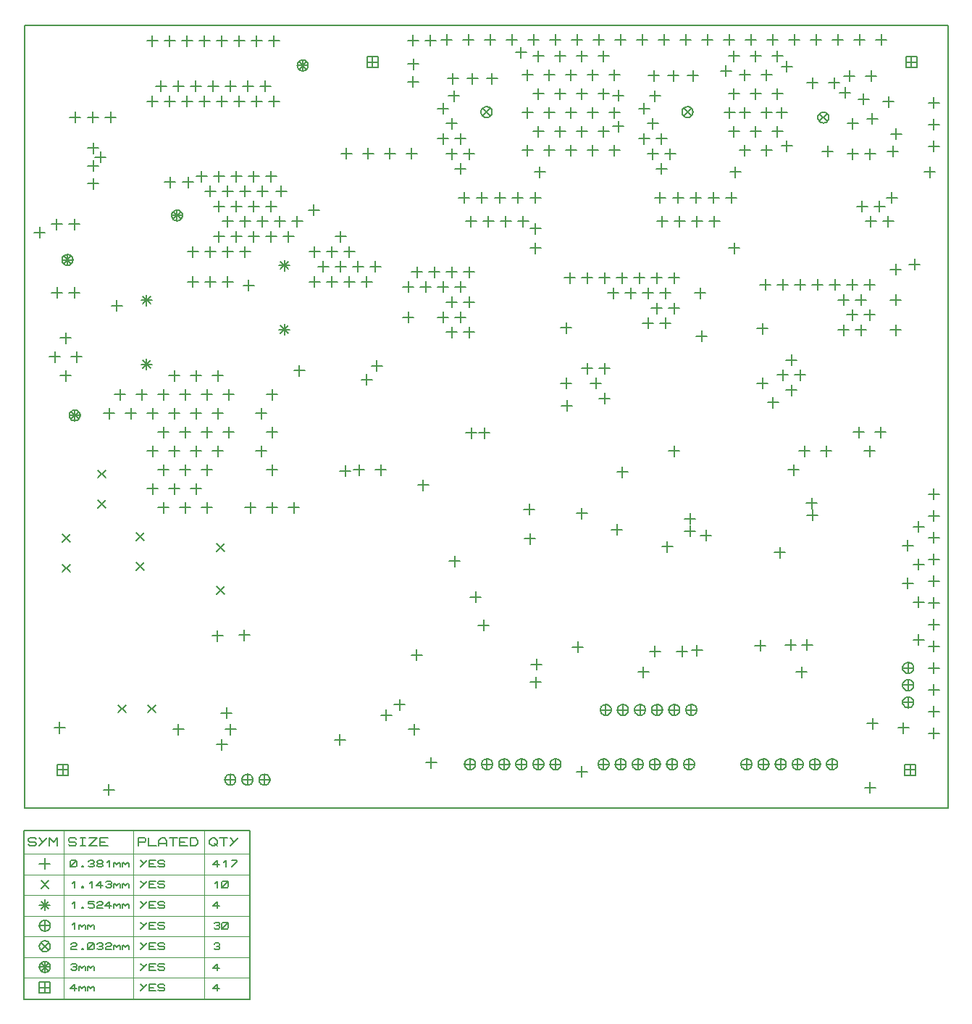
<source format=gbr>
G04 PROTEUS RS274X GERBER FILE*
%FSLAX45Y45*%
%MOMM*%
G01*
%ADD41C,0.203200*%
%ADD134C,0.127000*%
%ADD135C,0.063500*%
D41*
X+4013200Y+1115810D02*
X+4013200Y+988810D01*
X+3949700Y+1052310D02*
X+4076700Y+1052310D01*
X+3911600Y+1291786D02*
X+3911600Y+1164786D01*
X+3848100Y+1228286D02*
X+3975100Y+1228286D01*
X+4114800Y+1291786D02*
X+4114800Y+1164786D01*
X+4051300Y+1228286D02*
X+4178300Y+1228286D01*
X+3810000Y+1467762D02*
X+3810000Y+1340762D01*
X+3746500Y+1404262D02*
X+3873500Y+1404262D01*
X+4013200Y+1467762D02*
X+4013200Y+1340762D01*
X+3949700Y+1404262D02*
X+4076700Y+1404262D01*
X+3911600Y+1643738D02*
X+3911600Y+1516738D01*
X+3848100Y+1580238D02*
X+3975100Y+1580238D01*
X+3810000Y+1819714D02*
X+3810000Y+1692714D01*
X+3746500Y+1756214D02*
X+3873500Y+1756214D01*
X+3937000Y+1968500D02*
X+3937000Y+1841500D01*
X+3873500Y+1905000D02*
X+4000500Y+1905000D01*
X+8597900Y+1291786D02*
X+8597900Y+1164786D01*
X+8534400Y+1228286D02*
X+8661400Y+1228286D01*
X+8801100Y+1291786D02*
X+8801100Y+1164786D01*
X+8737600Y+1228286D02*
X+8864600Y+1228286D01*
X+8597900Y+1643738D02*
X+8597900Y+1516738D01*
X+8534400Y+1580238D02*
X+8661400Y+1580238D01*
X+8724900Y+1930400D02*
X+8724900Y+1803400D01*
X+8661400Y+1866900D02*
X+8788400Y+1866900D01*
X+6363969Y+1115810D02*
X+6363969Y+988810D01*
X+6300469Y+1052310D02*
X+6427469Y+1052310D01*
X+6262369Y+1291786D02*
X+6262369Y+1164786D01*
X+6198869Y+1228286D02*
X+6325869Y+1228286D01*
X+6465569Y+1291786D02*
X+6465569Y+1164786D01*
X+6402069Y+1228286D02*
X+6529069Y+1228286D01*
X+6160769Y+1467762D02*
X+6160769Y+1340762D01*
X+6097269Y+1404262D02*
X+6224269Y+1404262D01*
X+6363969Y+1467762D02*
X+6363969Y+1340762D01*
X+6300469Y+1404262D02*
X+6427469Y+1404262D01*
X+6262369Y+1643738D02*
X+6262369Y+1516738D01*
X+6198869Y+1580238D02*
X+6325869Y+1580238D01*
X+6160769Y+1819714D02*
X+6160769Y+1692714D01*
X+6097269Y+1756214D02*
X+6224269Y+1756214D01*
X+6286500Y+1968500D02*
X+6286500Y+1841500D01*
X+6223000Y+1905000D02*
X+6350000Y+1905000D01*
X+7747000Y-3365500D02*
X+7747000Y-3492500D01*
X+7683500Y-3429000D02*
X+7810500Y-3429000D01*
X+6428649Y-3300010D02*
X+6428649Y-3427010D01*
X+6365149Y-3363510D02*
X+6492149Y-3363510D01*
X+8305800Y+1321045D02*
X+8305800Y+1194045D01*
X+8242300Y+1257545D02*
X+8369300Y+1257545D01*
X+9067800Y+1321045D02*
X+9067800Y+1194045D01*
X+9004300Y+1257545D02*
X+9131300Y+1257545D01*
X+8509000Y+2006600D02*
X+8509000Y+1879600D01*
X+8445500Y+1943100D02*
X+8572500Y+1943100D01*
X+8559800Y+2200925D02*
X+8559800Y+2073925D01*
X+8496300Y+2137425D02*
X+8623300Y+2137425D01*
X+8813800Y+2200925D02*
X+8813800Y+2073925D01*
X+8750300Y+2137425D02*
X+8877300Y+2137425D01*
X+7519052Y-4456396D02*
X+7519052Y-4583396D01*
X+7455552Y-4519896D02*
X+7582552Y-4519896D01*
X+7874000Y-4445000D02*
X+7874000Y-4572000D01*
X+7810500Y-4508500D02*
X+7937500Y-4508500D01*
X+5384021Y-4472075D02*
X+5384021Y-4599075D01*
X+5320521Y-4535575D02*
X+5447521Y-4535575D01*
X+4283159Y-4219511D02*
X+4283159Y-4346511D01*
X+4219659Y-4283011D02*
X+4346659Y-4283011D01*
X+4826045Y-3204260D02*
X+4826045Y-3331260D01*
X+4762545Y-3267760D02*
X+4889545Y-3267760D01*
X+2667000Y-2413000D02*
X+2667000Y-2540000D01*
X+2603500Y-2476500D02*
X+2730500Y-2476500D01*
X+7543800Y-749300D02*
X+7543800Y-876300D01*
X+7480300Y-812800D02*
X+7607300Y-812800D01*
X+8127850Y-2930366D02*
X+8127850Y-3057366D01*
X+8064350Y-2993866D02*
X+8191350Y-2993866D01*
X+8118219Y-2790214D02*
X+8118219Y-2917214D01*
X+8054719Y-2853714D02*
X+8181719Y-2853714D01*
X+5249412Y-740676D02*
X+5249412Y-867676D01*
X+5185912Y-804176D02*
X+5312912Y-804176D01*
X+6696244Y-2972270D02*
X+6696244Y-3099270D01*
X+6632744Y-3035770D02*
X+6759744Y-3035770D01*
X+5257800Y-1651000D02*
X+5257800Y-1778000D01*
X+5194300Y-1714500D02*
X+5321300Y-1714500D01*
X+5905500Y-2425700D02*
X+5905500Y-2552700D01*
X+5842000Y-2489200D02*
X+5969000Y-2489200D01*
X+6698805Y-3117294D02*
X+6698805Y-3244294D01*
X+6635305Y-3180794D02*
X+6762305Y-3180794D01*
X+7664736Y-1613363D02*
X+7664736Y-1740363D01*
X+7601236Y-1676863D02*
X+7728236Y-1676863D01*
X+8826500Y+1701800D02*
X+8826500Y+1574800D01*
X+8763000Y+1638300D02*
X+8890000Y+1638300D01*
X+9105900Y+1524000D02*
X+9105900Y+1397000D01*
X+9042400Y+1460500D02*
X+9169400Y+1460500D01*
X+8802625Y-6114044D02*
X+8802625Y-6241044D01*
X+8739125Y-6177544D02*
X+8866125Y-6177544D01*
X+8064500Y-4445000D02*
X+8064500Y-4572000D01*
X+8001000Y-4508500D02*
X+8128000Y-4508500D01*
X+8001000Y-4762500D02*
X+8001000Y-4889500D01*
X+7937500Y-4826000D02*
X+8064500Y-4826000D01*
X+6286500Y-4521200D02*
X+6286500Y-4648200D01*
X+6223000Y-4584700D02*
X+6350000Y-4584700D01*
X+6604000Y-4521200D02*
X+6604000Y-4648200D01*
X+6540500Y-4584700D02*
X+6667500Y-4584700D01*
X+6153231Y-4763444D02*
X+6153231Y-4890444D01*
X+6089731Y-4826944D02*
X+6216731Y-4826944D01*
X+6778656Y-4508079D02*
X+6778656Y-4635079D01*
X+6715156Y-4571579D02*
X+6842156Y-4571579D01*
X+3944752Y-3469050D02*
X+3944752Y-3596050D01*
X+3881252Y-3532550D02*
X+4008252Y-3532550D01*
X+5431385Y-2908300D02*
X+5431385Y-3035300D01*
X+5367885Y-2971800D02*
X+5494885Y-2971800D01*
X+5842000Y-3098800D02*
X+5842000Y-3225800D01*
X+5778500Y-3162300D02*
X+5905500Y-3162300D01*
X+6883138Y-3166589D02*
X+6883138Y-3293589D01*
X+6819638Y-3230089D02*
X+6946638Y-3230089D01*
X+6832600Y-838200D02*
X+6832600Y-965200D01*
X+6769100Y-901700D02*
X+6896100Y-901700D01*
X+5249124Y-1389822D02*
X+5249124Y-1516822D01*
X+5185624Y-1453322D02*
X+5312624Y-1453322D01*
X+3850575Y+2623820D02*
X+3850575Y+2496820D01*
X+3787075Y+2560320D02*
X+3914075Y+2560320D01*
X+4104575Y+2623820D02*
X+4104575Y+2496820D01*
X+4041075Y+2560320D02*
X+4168075Y+2560320D01*
X+4358575Y+2623820D02*
X+4358575Y+2496820D01*
X+4295075Y+2560320D02*
X+4422075Y+2560320D01*
X+4612575Y+2623820D02*
X+4612575Y+2496820D01*
X+4549075Y+2560320D02*
X+4676075Y+2560320D01*
X+4866575Y+2623820D02*
X+4866575Y+2496820D01*
X+4803075Y+2560320D02*
X+4930075Y+2560320D01*
X+5120575Y+2623820D02*
X+5120575Y+2496820D01*
X+5057075Y+2560320D02*
X+5184075Y+2560320D01*
X+5374575Y+2623820D02*
X+5374575Y+2496820D01*
X+5311075Y+2560320D02*
X+5438075Y+2560320D01*
X+5628575Y+2623820D02*
X+5628575Y+2496820D01*
X+5565075Y+2560320D02*
X+5692075Y+2560320D01*
X+5882575Y+2623820D02*
X+5882575Y+2496820D01*
X+5819075Y+2560320D02*
X+5946075Y+2560320D01*
X+6136575Y+2623820D02*
X+6136575Y+2496820D01*
X+6073075Y+2560320D02*
X+6200075Y+2560320D01*
X+6390575Y+2623820D02*
X+6390575Y+2496820D01*
X+6327075Y+2560320D02*
X+6454075Y+2560320D01*
X+6644575Y+2623820D02*
X+6644575Y+2496820D01*
X+6581075Y+2560320D02*
X+6708075Y+2560320D01*
X+6898575Y+2623820D02*
X+6898575Y+2496820D01*
X+6835075Y+2560320D02*
X+6962075Y+2560320D01*
X+7152575Y+2623820D02*
X+7152575Y+2496820D01*
X+7089075Y+2560320D02*
X+7216075Y+2560320D01*
X+7406575Y+2623820D02*
X+7406575Y+2496820D01*
X+7343075Y+2560320D02*
X+7470075Y+2560320D01*
X+7660575Y+2623820D02*
X+7660575Y+2496820D01*
X+7597075Y+2560320D02*
X+7724075Y+2560320D01*
X+7914575Y+2623820D02*
X+7914575Y+2496820D01*
X+7851075Y+2560320D02*
X+7978075Y+2560320D01*
X+8168575Y+2623820D02*
X+8168575Y+2496820D01*
X+8105075Y+2560320D02*
X+8232075Y+2560320D01*
X+8422575Y+2623820D02*
X+8422575Y+2496820D01*
X+8359075Y+2560320D02*
X+8486075Y+2560320D01*
X+8676575Y+2623820D02*
X+8676575Y+2496820D01*
X+8613075Y+2560320D02*
X+8740075Y+2560320D01*
X+8930575Y+2623820D02*
X+8930575Y+2496820D01*
X+8867075Y+2560320D02*
X+8994075Y+2560320D01*
X+9545320Y+1885339D02*
X+9545320Y+1758339D01*
X+9481820Y+1821839D02*
X+9608820Y+1821839D01*
X+9545320Y+1631339D02*
X+9545320Y+1504339D01*
X+9481820Y+1567839D02*
X+9608820Y+1567839D01*
X+9545320Y+1377339D02*
X+9545320Y+1250339D01*
X+9481820Y+1313839D02*
X+9608820Y+1313839D01*
X+9545320Y-2686661D02*
X+9545320Y-2813661D01*
X+9481820Y-2750161D02*
X+9608820Y-2750161D01*
X+9545320Y-2940661D02*
X+9545320Y-3067661D01*
X+9481820Y-3004161D02*
X+9608820Y-3004161D01*
X+9545320Y-3194661D02*
X+9545320Y-3321661D01*
X+9481820Y-3258161D02*
X+9608820Y-3258161D01*
X+9545320Y-3448661D02*
X+9545320Y-3575661D01*
X+9481820Y-3512161D02*
X+9608820Y-3512161D01*
X+9545320Y-3702661D02*
X+9545320Y-3829661D01*
X+9481820Y-3766161D02*
X+9608820Y-3766161D01*
X+9545320Y-3956661D02*
X+9545320Y-4083661D01*
X+9481820Y-4020161D02*
X+9608820Y-4020161D01*
X+9545320Y-4210661D02*
X+9545320Y-4337661D01*
X+9481820Y-4274161D02*
X+9608820Y-4274161D01*
X+9545320Y-4464661D02*
X+9545320Y-4591661D01*
X+9481820Y-4528161D02*
X+9608820Y-4528161D01*
X+9545320Y-4718661D02*
X+9545320Y-4845661D01*
X+9481820Y-4782161D02*
X+9608820Y-4782161D01*
X+9545320Y-4972661D02*
X+9545320Y-5099661D01*
X+9481820Y-5036161D02*
X+9608820Y-5036161D01*
X+9545320Y-5226661D02*
X+9545320Y-5353661D01*
X+9481820Y-5290161D02*
X+9608820Y-5290161D01*
X+9545320Y-5480661D02*
X+9545320Y-5607661D01*
X+9481820Y-5544161D02*
X+9608820Y-5544161D01*
X+5430518Y-5926808D02*
X+5430518Y-6053808D01*
X+5367018Y-5990308D02*
X+5494018Y-5990308D01*
X+9367518Y-4387018D02*
X+9367518Y-4514018D01*
X+9304018Y-4450518D02*
X+9431018Y-4450518D01*
X+9367518Y-3947078D02*
X+9367518Y-4074078D01*
X+9304018Y-4010578D02*
X+9431018Y-4010578D01*
X+9240518Y-3727108D02*
X+9240518Y-3854108D01*
X+9177018Y-3790608D02*
X+9304018Y-3790608D01*
X+9367518Y-3507138D02*
X+9367518Y-3634138D01*
X+9304018Y-3570638D02*
X+9431018Y-3570638D01*
X+9240518Y-3287168D02*
X+9240518Y-3414168D01*
X+9177018Y-3350668D02*
X+9304018Y-3350668D01*
X+9367518Y-3067198D02*
X+9367518Y-3194198D01*
X+9304018Y-3130698D02*
X+9431018Y-3130698D01*
X+4795518Y+1332202D02*
X+4795518Y+1205202D01*
X+4732018Y+1268702D02*
X+4859018Y+1268702D01*
X+5049518Y+1332202D02*
X+5049518Y+1205202D01*
X+4986018Y+1268702D02*
X+5113018Y+1268702D01*
X+5303518Y+1332202D02*
X+5303518Y+1205202D01*
X+5240018Y+1268702D02*
X+5367018Y+1268702D01*
X+5557518Y+1332202D02*
X+5557518Y+1205202D01*
X+5494018Y+1268702D02*
X+5621018Y+1268702D01*
X+5811518Y+1332202D02*
X+5811518Y+1205202D01*
X+5748018Y+1268702D02*
X+5875018Y+1268702D01*
X+7335518Y+1332202D02*
X+7335518Y+1205202D01*
X+7272018Y+1268702D02*
X+7399018Y+1268702D01*
X+7589518Y+1332202D02*
X+7589518Y+1205202D01*
X+7526018Y+1268702D02*
X+7653018Y+1268702D01*
X+4922518Y+1552172D02*
X+4922518Y+1425172D01*
X+4859018Y+1488672D02*
X+4986018Y+1488672D01*
X+5176518Y+1552172D02*
X+5176518Y+1425172D01*
X+5113018Y+1488672D02*
X+5240018Y+1488672D01*
X+5430518Y+1552172D02*
X+5430518Y+1425172D01*
X+5367018Y+1488672D02*
X+5494018Y+1488672D01*
X+5684518Y+1552172D02*
X+5684518Y+1425172D01*
X+5621018Y+1488672D02*
X+5748018Y+1488672D01*
X+7208518Y+1552172D02*
X+7208518Y+1425172D01*
X+7145018Y+1488672D02*
X+7272018Y+1488672D01*
X+7462518Y+1552172D02*
X+7462518Y+1425172D01*
X+7399018Y+1488672D02*
X+7526018Y+1488672D01*
X+7716518Y+1552172D02*
X+7716518Y+1425172D01*
X+7653018Y+1488672D02*
X+7780018Y+1488672D01*
X+4795518Y+1772142D02*
X+4795518Y+1645142D01*
X+4732018Y+1708642D02*
X+4859018Y+1708642D01*
X+5049518Y+1772142D02*
X+5049518Y+1645142D01*
X+4986018Y+1708642D02*
X+5113018Y+1708642D01*
X+5303518Y+1772142D02*
X+5303518Y+1645142D01*
X+5240018Y+1708642D02*
X+5367018Y+1708642D01*
X+5557518Y+1772142D02*
X+5557518Y+1645142D01*
X+5494018Y+1708642D02*
X+5621018Y+1708642D01*
X+5811518Y+1772142D02*
X+5811518Y+1645142D01*
X+5748018Y+1708642D02*
X+5875018Y+1708642D01*
X+7335518Y+1772142D02*
X+7335518Y+1645142D01*
X+7272018Y+1708642D02*
X+7399018Y+1708642D01*
X+7589518Y+1772142D02*
X+7589518Y+1645142D01*
X+7526018Y+1708642D02*
X+7653018Y+1708642D01*
X+4922518Y+1992112D02*
X+4922518Y+1865112D01*
X+4859018Y+1928612D02*
X+4986018Y+1928612D01*
X+5176518Y+1992112D02*
X+5176518Y+1865112D01*
X+5113018Y+1928612D02*
X+5240018Y+1928612D01*
X+5430518Y+1992112D02*
X+5430518Y+1865112D01*
X+5367018Y+1928612D02*
X+5494018Y+1928612D01*
X+5684518Y+1992112D02*
X+5684518Y+1865112D01*
X+5621018Y+1928612D02*
X+5748018Y+1928612D01*
X+7208518Y+1992112D02*
X+7208518Y+1865112D01*
X+7145018Y+1928612D02*
X+7272018Y+1928612D01*
X+7462518Y+1992112D02*
X+7462518Y+1865112D01*
X+7399018Y+1928612D02*
X+7526018Y+1928612D01*
X+7716518Y+1992112D02*
X+7716518Y+1865112D01*
X+7653018Y+1928612D02*
X+7780018Y+1928612D01*
X+4795518Y+2212082D02*
X+4795518Y+2085082D01*
X+4732018Y+2148582D02*
X+4859018Y+2148582D01*
X+5049518Y+2212082D02*
X+5049518Y+2085082D01*
X+4986018Y+2148582D02*
X+5113018Y+2148582D01*
X+5303518Y+2212082D02*
X+5303518Y+2085082D01*
X+5240018Y+2148582D02*
X+5367018Y+2148582D01*
X+5557518Y+2212082D02*
X+5557518Y+2085082D01*
X+5494018Y+2148582D02*
X+5621018Y+2148582D01*
X+5811518Y+2212082D02*
X+5811518Y+2085082D01*
X+5748018Y+2148582D02*
X+5875018Y+2148582D01*
X+7335518Y+2212082D02*
X+7335518Y+2085082D01*
X+7272018Y+2148582D02*
X+7399018Y+2148582D01*
X+7589518Y+2212082D02*
X+7589518Y+2085082D01*
X+7526018Y+2148582D02*
X+7653018Y+2148582D01*
X+4922518Y+2432052D02*
X+4922518Y+2305052D01*
X+4859018Y+2368552D02*
X+4986018Y+2368552D01*
X+5176518Y+2432052D02*
X+5176518Y+2305052D01*
X+5113018Y+2368552D02*
X+5240018Y+2368552D01*
X+5430518Y+2432052D02*
X+5430518Y+2305052D01*
X+5367018Y+2368552D02*
X+5494018Y+2368552D01*
X+5684518Y+2432052D02*
X+5684518Y+2305052D01*
X+5621018Y+2368552D02*
X+5748018Y+2368552D01*
X+7208518Y+2432052D02*
X+7208518Y+2305052D01*
X+7145018Y+2368552D02*
X+7272018Y+2368552D01*
X+7462518Y+2432052D02*
X+7462518Y+2305052D01*
X+7399018Y+2368552D02*
X+7526018Y+2368552D01*
X+7716518Y+2432052D02*
X+7716518Y+2305052D01*
X+7653018Y+2368552D02*
X+7780018Y+2368552D01*
X+5249412Y-1390650D02*
X+5249412Y-1517650D01*
X+5185912Y-1454150D02*
X+5312912Y-1454150D01*
X+7545632Y-1391130D02*
X+7545632Y-1518130D01*
X+7482132Y-1454630D02*
X+7609132Y-1454630D01*
X+2602489Y-5557543D02*
X+2602489Y-5684543D01*
X+2538989Y-5621043D02*
X+2665989Y-5621043D01*
X+7226300Y+1079500D02*
X+7226300Y+952500D01*
X+7162800Y+1016000D02*
X+7289800Y+1016000D01*
X+7213600Y+190500D02*
X+7213600Y+63500D01*
X+7150100Y+127000D02*
X+7277100Y+127000D01*
X+4940300Y+1079500D02*
X+4940300Y+952500D01*
X+4876800Y+1016000D02*
X+5003800Y+1016000D01*
X+4889500Y+190500D02*
X+4889500Y+63500D01*
X+4826000Y+127000D02*
X+4953000Y+127000D01*
X+9321800Y+0D02*
X+9321800Y-127000D01*
X+9258300Y-63500D02*
X+9385300Y-63500D01*
X+9499600Y+1079500D02*
X+9499600Y+952500D01*
X+9436100Y+1016000D02*
X+9563100Y+1016000D01*
X+8831424Y-5363706D02*
X+8831424Y-5490706D01*
X+8767924Y-5427206D02*
X+8894924Y-5427206D01*
X+3034848Y-1188486D02*
X+3034848Y-1315486D01*
X+2971348Y-1251986D02*
X+3098348Y-1251986D01*
X+3576345Y-2579622D02*
X+3576345Y-2706622D01*
X+3512845Y-2643122D02*
X+3639845Y-2643122D01*
X+4818888Y-2861788D02*
X+4818888Y-2988788D01*
X+4755388Y-2925288D02*
X+4882388Y-2925288D01*
X+9016999Y+1900537D02*
X+9016999Y+1773537D01*
X+8953499Y+1837037D02*
X+9080499Y+1837037D01*
X+8127999Y+2120507D02*
X+8127999Y+1993507D01*
X+8064499Y+2057007D02*
X+8191499Y+2057007D01*
X+8381999Y+2120507D02*
X+8381999Y+1993507D01*
X+8318499Y+2057007D02*
X+8445499Y+2057007D01*
X+3924300Y+2168792D02*
X+3924300Y+2041792D01*
X+3860800Y+2105292D02*
X+3987800Y+2105292D01*
X+4152900Y+2168792D02*
X+4152900Y+2041792D01*
X+4089400Y+2105292D02*
X+4216400Y+2105292D01*
X+4381500Y+2168792D02*
X+4381500Y+2041792D01*
X+4318000Y+2105292D02*
X+4445000Y+2105292D01*
X+6273914Y+2203298D02*
X+6273914Y+2076298D01*
X+6210414Y+2139798D02*
X+6337414Y+2139798D01*
X+6502514Y+2203298D02*
X+6502514Y+2076298D01*
X+6439014Y+2139798D02*
X+6566014Y+2139798D01*
X+6731114Y+2203298D02*
X+6731114Y+2076298D01*
X+6667614Y+2139798D02*
X+6794614Y+2139798D01*
X+3500118Y-4562994D02*
X+3500118Y-4689994D01*
X+3436618Y-4626494D02*
X+3563618Y-4626494D01*
X+7157718Y+1772142D02*
X+7157718Y+1645142D01*
X+7094218Y+1708642D02*
X+7221218Y+1708642D01*
X+7767318Y+1772142D02*
X+7767318Y+1645142D01*
X+7703818Y+1708642D02*
X+7830818Y+1708642D01*
X+4719318Y+2476046D02*
X+4719318Y+2349046D01*
X+4655818Y+2412546D02*
X+4782818Y+2412546D01*
X+1021080Y+1905196D02*
X+1021080Y+1778196D01*
X+957580Y+1841696D02*
X+1084580Y+1841696D01*
X+1224280Y+1905196D02*
X+1224280Y+1778196D01*
X+1160780Y+1841696D02*
X+1287780Y+1841696D01*
X+1427480Y+1905196D02*
X+1427480Y+1778196D01*
X+1363980Y+1841696D02*
X+1490980Y+1841696D01*
X+1630680Y+1905196D02*
X+1630680Y+1778196D01*
X+1567180Y+1841696D02*
X+1694180Y+1841696D01*
X+1833880Y+1905196D02*
X+1833880Y+1778196D01*
X+1770380Y+1841696D02*
X+1897380Y+1841696D01*
X+513080Y+2081172D02*
X+513080Y+1954172D01*
X+449580Y+2017672D02*
X+576580Y+2017672D01*
X+716280Y+2081172D02*
X+716280Y+1954172D01*
X+652780Y+2017672D02*
X+779780Y+2017672D01*
X+919480Y+2081172D02*
X+919480Y+1954172D01*
X+855980Y+2017672D02*
X+982980Y+2017672D01*
X+1122680Y+2081172D02*
X+1122680Y+1954172D01*
X+1059180Y+2017672D02*
X+1186180Y+2017672D01*
X+1325880Y+2081172D02*
X+1325880Y+1954172D01*
X+1262380Y+2017672D02*
X+1389380Y+2017672D01*
X+1529080Y+2081172D02*
X+1529080Y+1954172D01*
X+1465580Y+2017672D02*
X+1592580Y+2017672D01*
X+1732280Y+2081172D02*
X+1732280Y+1954172D01*
X+1668780Y+2017672D02*
X+1795780Y+2017672D01*
X+411480Y+2609100D02*
X+411480Y+2482100D01*
X+347980Y+2545600D02*
X+474980Y+2545600D01*
X+614680Y+2609100D02*
X+614680Y+2482100D01*
X+551180Y+2545600D02*
X+678180Y+2545600D01*
X+817880Y+2609100D02*
X+817880Y+2482100D01*
X+754380Y+2545600D02*
X+881380Y+2545600D01*
X+1021080Y+2609100D02*
X+1021080Y+2482100D01*
X+957580Y+2545600D02*
X+1084580Y+2545600D01*
X+1224280Y+2609100D02*
X+1224280Y+2482100D01*
X+1160780Y+2545600D02*
X+1287780Y+2545600D01*
X+1427480Y+2609100D02*
X+1427480Y+2482100D01*
X+1363980Y+2545600D02*
X+1490980Y+2545600D01*
X+1630680Y+2609100D02*
X+1630680Y+2482100D01*
X+1567180Y+2545600D02*
X+1694180Y+2545600D01*
X+1833880Y+2609100D02*
X+1833880Y+2482100D01*
X+1770380Y+2545600D02*
X+1897380Y+2545600D01*
X+886143Y-203166D02*
X+886143Y-330166D01*
X+822643Y-266666D02*
X+949643Y-266666D01*
X+1089343Y-203166D02*
X+1089343Y-330166D01*
X+1025843Y-266666D02*
X+1152843Y-266666D01*
X+1292543Y-203166D02*
X+1292543Y-330166D01*
X+1229043Y-266666D02*
X+1356043Y-266666D01*
X+2308543Y-203166D02*
X+2308543Y-330166D01*
X+2245043Y-266666D02*
X+2372043Y-266666D01*
X+2511743Y-203166D02*
X+2511743Y-330166D01*
X+2448243Y-266666D02*
X+2575243Y-266666D01*
X+2714943Y-203166D02*
X+2714943Y-330166D01*
X+2651443Y-266666D02*
X+2778443Y-266666D01*
X+2918143Y-203166D02*
X+2918143Y-330166D01*
X+2854643Y-266666D02*
X+2981643Y-266666D01*
X+2410143Y-27190D02*
X+2410143Y-154190D01*
X+2346643Y-90690D02*
X+2473643Y-90690D01*
X+2613343Y-27190D02*
X+2613343Y-154190D01*
X+2549843Y-90690D02*
X+2676843Y-90690D01*
X+2816543Y-27190D02*
X+2816543Y-154190D01*
X+2753043Y-90690D02*
X+2880043Y-90690D01*
X+3019743Y-27190D02*
X+3019743Y-154190D01*
X+2956243Y-90690D02*
X+3083243Y-90690D01*
X+886143Y+148786D02*
X+886143Y+21786D01*
X+822643Y+85286D02*
X+949643Y+85286D01*
X+1089343Y+148786D02*
X+1089343Y+21786D01*
X+1025843Y+85286D02*
X+1152843Y+85286D01*
X+1292543Y+148786D02*
X+1292543Y+21786D01*
X+1229043Y+85286D02*
X+1356043Y+85286D01*
X+1495743Y+148786D02*
X+1495743Y+21786D01*
X+1432243Y+85286D02*
X+1559243Y+85286D01*
X+2308543Y+148786D02*
X+2308543Y+21786D01*
X+2245043Y+85286D02*
X+2372043Y+85286D01*
X+2511743Y+148786D02*
X+2511743Y+21786D01*
X+2448243Y+85286D02*
X+2575243Y+85286D01*
X+2714943Y+148786D02*
X+2714943Y+21786D01*
X+2651443Y+85286D02*
X+2778443Y+85286D01*
X+1190943Y+324762D02*
X+1190943Y+197762D01*
X+1127443Y+261262D02*
X+1254443Y+261262D01*
X+1394143Y+324762D02*
X+1394143Y+197762D01*
X+1330643Y+261262D02*
X+1457643Y+261262D01*
X+1597343Y+324762D02*
X+1597343Y+197762D01*
X+1533843Y+261262D02*
X+1660843Y+261262D01*
X+1800543Y+324762D02*
X+1800543Y+197762D01*
X+1737043Y+261262D02*
X+1864043Y+261262D01*
X+2003743Y+324762D02*
X+2003743Y+197762D01*
X+1940243Y+261262D02*
X+2067243Y+261262D01*
X+2613343Y+324762D02*
X+2613343Y+197762D01*
X+2549843Y+261262D02*
X+2676843Y+261262D01*
X+1292543Y+500738D02*
X+1292543Y+373738D01*
X+1229043Y+437238D02*
X+1356043Y+437238D01*
X+1495743Y+500738D02*
X+1495743Y+373738D01*
X+1432243Y+437238D02*
X+1559243Y+437238D01*
X+1698943Y+500738D02*
X+1698943Y+373738D01*
X+1635443Y+437238D02*
X+1762443Y+437238D01*
X+1902143Y+500738D02*
X+1902143Y+373738D01*
X+1838643Y+437238D02*
X+1965643Y+437238D01*
X+2105343Y+500738D02*
X+2105343Y+373738D01*
X+2041843Y+437238D02*
X+2168843Y+437238D01*
X+4137343Y+500738D02*
X+4137343Y+373738D01*
X+4073843Y+437238D02*
X+4200843Y+437238D01*
X+4340543Y+500738D02*
X+4340543Y+373738D01*
X+4277043Y+437238D02*
X+4404043Y+437238D01*
X+4543743Y+500738D02*
X+4543743Y+373738D01*
X+4480243Y+437238D02*
X+4607243Y+437238D01*
X+4746943Y+500738D02*
X+4746943Y+373738D01*
X+4683443Y+437238D02*
X+4810443Y+437238D01*
X+6372543Y+500738D02*
X+6372543Y+373738D01*
X+6309043Y+437238D02*
X+6436043Y+437238D01*
X+6575743Y+500738D02*
X+6575743Y+373738D01*
X+6512243Y+437238D02*
X+6639243Y+437238D01*
X+6778943Y+500738D02*
X+6778943Y+373738D01*
X+6715443Y+437238D02*
X+6842443Y+437238D01*
X+6982143Y+500738D02*
X+6982143Y+373738D01*
X+6918643Y+437238D02*
X+7045643Y+437238D01*
X+8810943Y+500738D02*
X+8810943Y+373738D01*
X+8747443Y+437238D02*
X+8874443Y+437238D01*
X+9014143Y+500738D02*
X+9014143Y+373738D01*
X+8950643Y+437238D02*
X+9077643Y+437238D01*
X+1190943Y+676714D02*
X+1190943Y+549714D01*
X+1127443Y+613214D02*
X+1254443Y+613214D01*
X+1394143Y+676714D02*
X+1394143Y+549714D01*
X+1330643Y+613214D02*
X+1457643Y+613214D01*
X+1597343Y+676714D02*
X+1597343Y+549714D01*
X+1533843Y+613214D02*
X+1660843Y+613214D01*
X+1800543Y+676714D02*
X+1800543Y+549714D01*
X+1737043Y+613214D02*
X+1864043Y+613214D01*
X+8709343Y+676714D02*
X+8709343Y+549714D01*
X+8645843Y+613214D02*
X+8772843Y+613214D01*
X+8912543Y+676714D02*
X+8912543Y+549714D01*
X+8849043Y+613214D02*
X+8976043Y+613214D01*
X+1089343Y+852690D02*
X+1089343Y+725690D01*
X+1025843Y+789190D02*
X+1152843Y+789190D01*
X+1292543Y+852690D02*
X+1292543Y+725690D01*
X+1229043Y+789190D02*
X+1356043Y+789190D01*
X+1495743Y+852690D02*
X+1495743Y+725690D01*
X+1432243Y+789190D02*
X+1559243Y+789190D01*
X+1698943Y+852690D02*
X+1698943Y+725690D01*
X+1635443Y+789190D02*
X+1762443Y+789190D01*
X+987743Y+1028666D02*
X+987743Y+901666D01*
X+924243Y+965166D02*
X+1051243Y+965166D01*
X+1190943Y+1028666D02*
X+1190943Y+901666D01*
X+1127443Y+965166D02*
X+1254443Y+965166D01*
X+1394143Y+1028666D02*
X+1394143Y+901666D01*
X+1330643Y+965166D02*
X+1457643Y+965166D01*
X+1597343Y+1028666D02*
X+1597343Y+901666D01*
X+1533843Y+965166D02*
X+1660843Y+965166D01*
X+1800543Y+1028666D02*
X+1800543Y+901666D01*
X+1737043Y+965166D02*
X+1864043Y+965166D01*
X+7828280Y+1380955D02*
X+7828280Y+1253955D01*
X+7764780Y+1317455D02*
X+7891780Y+1317455D01*
X+7117080Y+2260835D02*
X+7117080Y+2133835D01*
X+7053580Y+2197335D02*
X+7180580Y+2197335D01*
X+3459480Y+2612787D02*
X+3459480Y+2485787D01*
X+3395980Y+2549287D02*
X+3522980Y+2549287D01*
X+3662680Y+2612787D02*
X+3662680Y+2485787D01*
X+3599180Y+2549287D02*
X+3726180Y+2549287D01*
X+4191000Y-3886200D02*
X+4191000Y-4013200D01*
X+4127500Y-3949700D02*
X+4254500Y-3949700D01*
X+3472115Y-5433769D02*
X+3472115Y-5560769D01*
X+3408615Y-5497269D02*
X+3535615Y-5497269D01*
X+3671704Y-5821700D02*
X+3671704Y-5948700D01*
X+3608204Y-5885200D02*
X+3735204Y-5885200D01*
X+2130561Y-1239777D02*
X+2130561Y-1366777D01*
X+2067061Y-1303277D02*
X+2194061Y-1303277D01*
X+2915774Y-1346217D02*
X+2915774Y-1473217D01*
X+2852274Y-1409717D02*
X+2979274Y-1409717D01*
X+411480Y+1905196D02*
X+411480Y+1778196D01*
X+347980Y+1841696D02*
X+474980Y+1841696D01*
X+614680Y+1905196D02*
X+614680Y+1778196D01*
X+551180Y+1841696D02*
X+678180Y+1841696D01*
X+817880Y+1905196D02*
X+817880Y+1778196D01*
X+754380Y+1841696D02*
X+881380Y+1841696D01*
X-701040Y-332375D02*
X-701040Y-459375D01*
X-764540Y-395875D02*
X-637540Y-395875D01*
X-497840Y-332375D02*
X-497840Y-459375D01*
X-561340Y-395875D02*
X-434340Y-395875D01*
X-904240Y+371529D02*
X-904240Y+244529D01*
X-967740Y+308029D02*
X-840740Y+308029D01*
X-193040Y+1251409D02*
X-193040Y+1124409D01*
X-256540Y+1187909D02*
X-129540Y+1187909D01*
X-96520Y-6138165D02*
X-96520Y-6265165D01*
X-160020Y-6201665D02*
X-33020Y-6201665D01*
X+1224280Y-5610237D02*
X+1224280Y-5737237D01*
X+1160780Y-5673737D02*
X+1287780Y-5673737D01*
X+716280Y-5434261D02*
X+716280Y-5561261D01*
X+652780Y-5497761D02*
X+779780Y-5497761D01*
X+1325880Y-5434261D02*
X+1325880Y-5561261D01*
X+1262380Y-5497761D02*
X+1389380Y-5497761D01*
X+3459480Y+2132707D02*
X+3459480Y+2005707D01*
X+3395980Y+2069207D02*
X+3522980Y+2069207D01*
X+7828280Y+2308683D02*
X+7828280Y+2181683D01*
X+7764780Y+2245183D02*
X+7891780Y+2245183D01*
X-5081Y-485313D02*
X-5081Y-612313D01*
X-68581Y-548813D02*
X+58419Y-548813D01*
X+4889499Y+416562D02*
X+4889499Y+289562D01*
X+4825999Y+353062D02*
X+4952999Y+353062D01*
X+4056379Y+777312D02*
X+4056379Y+650312D01*
X+3992879Y+713812D02*
X+4119879Y+713812D01*
X+4264659Y+777312D02*
X+4264659Y+650312D01*
X+4201159Y+713812D02*
X+4328159Y+713812D01*
X+4472939Y+777312D02*
X+4472939Y+650312D01*
X+4409439Y+713812D02*
X+4536439Y+713812D01*
X+4681219Y+777312D02*
X+4681219Y+650312D01*
X+4617719Y+713812D02*
X+4744719Y+713812D01*
X+4889499Y+777312D02*
X+4889499Y+650312D01*
X+4825999Y+713812D02*
X+4952999Y+713812D01*
X+6347459Y+777312D02*
X+6347459Y+650312D01*
X+6283959Y+713812D02*
X+6410959Y+713812D01*
X+6555739Y+777312D02*
X+6555739Y+650312D01*
X+6492239Y+713812D02*
X+6619239Y+713812D01*
X+6764019Y+777312D02*
X+6764019Y+650312D01*
X+6700519Y+713812D02*
X+6827519Y+713812D01*
X+6972299Y+777312D02*
X+6972299Y+650312D01*
X+6908799Y+713812D02*
X+7035799Y+713812D01*
X+7180579Y+777312D02*
X+7180579Y+650312D01*
X+7117079Y+713812D02*
X+7244079Y+713812D01*
X+9055099Y+777312D02*
X+9055099Y+650312D01*
X+8991599Y+713812D02*
X+9118599Y+713812D01*
X+619759Y+957687D02*
X+619759Y+830687D01*
X+556259Y+894187D02*
X+683259Y+894187D01*
X+828039Y+957687D02*
X+828039Y+830687D01*
X+764539Y+894187D02*
X+891539Y+894187D01*
X-492760Y+1718222D02*
X-492760Y+1591222D01*
X-556260Y+1654722D02*
X-429260Y+1654722D01*
X-284480Y+1718222D02*
X-284480Y+1591222D01*
X-347980Y+1654722D02*
X-220980Y+1654722D01*
X-76200Y+1718222D02*
X-76200Y+1591222D01*
X-139700Y+1654722D02*
X-12700Y+1654722D01*
X+9192260Y-5415221D02*
X+9192260Y-5542221D01*
X+9128760Y-5478721D02*
X+9255760Y-5478721D01*
X+1485900Y-4332971D02*
X+1485900Y-4459971D01*
X+1422400Y-4396471D02*
X+1549400Y-4396471D01*
X+3464560Y+2340904D02*
X+3464560Y+2213904D01*
X+3401060Y+2277404D02*
X+3528060Y+2277404D01*
X+1277620Y-5243141D02*
X+1277620Y-5370141D01*
X+1214120Y-5306641D02*
X+1341120Y-5306641D01*
X+1173480Y-4341266D02*
X+1173480Y-4468266D01*
X+1109980Y-4404766D02*
X+1236980Y-4404766D01*
X+5859780Y+1611109D02*
X+5859780Y+1484109D01*
X+5796280Y+1547609D02*
X+5923280Y+1547609D01*
X+5859780Y+1971859D02*
X+5859780Y+1844859D01*
X+5796280Y+1908359D02*
X+5923280Y+1908359D01*
X-706169Y+469900D02*
X-706169Y+342900D01*
X-769669Y+406400D02*
X-642669Y+406400D01*
X-497889Y+469900D02*
X-497889Y+342900D01*
X-561389Y+406400D02*
X-434389Y+406400D01*
X-279400Y+942085D02*
X-279400Y+815085D01*
X-342900Y+878585D02*
X-215900Y+878585D01*
X-279400Y+1150365D02*
X-279400Y+1023365D01*
X-342900Y+1086865D02*
X-215900Y+1086865D01*
X-279400Y+1358645D02*
X-279400Y+1231645D01*
X-342900Y+1295145D02*
X-215900Y+1295145D01*
X+3913451Y-793744D02*
X+3913451Y-920744D01*
X+3849951Y-857244D02*
X+3976951Y-857244D01*
X+4116651Y-793744D02*
X+4116651Y-920744D01*
X+4053151Y-857244D02*
X+4180151Y-857244D01*
X+3405451Y-617768D02*
X+3405451Y-744768D01*
X+3341951Y-681268D02*
X+3468951Y-681268D01*
X+3811851Y-617768D02*
X+3811851Y-744768D01*
X+3748351Y-681268D02*
X+3875351Y-681268D01*
X+4015051Y-617768D02*
X+4015051Y-744768D01*
X+3951551Y-681268D02*
X+4078551Y-681268D01*
X+3913451Y-441792D02*
X+3913451Y-568792D01*
X+3849951Y-505292D02*
X+3976951Y-505292D01*
X+4116651Y-441792D02*
X+4116651Y-568792D01*
X+4053151Y-505292D02*
X+4180151Y-505292D01*
X+3405451Y-265816D02*
X+3405451Y-392816D01*
X+3341951Y-329316D02*
X+3468951Y-329316D01*
X+3608651Y-265816D02*
X+3608651Y-392816D01*
X+3545151Y-329316D02*
X+3672151Y-329316D01*
X+3811851Y-265816D02*
X+3811851Y-392816D01*
X+3748351Y-329316D02*
X+3875351Y-329316D01*
X+4015051Y-265816D02*
X+4015051Y-392816D01*
X+3951551Y-329316D02*
X+4078551Y-329316D01*
X+3507051Y-89840D02*
X+3507051Y-216840D01*
X+3443551Y-153340D02*
X+3570551Y-153340D01*
X+3710251Y-89840D02*
X+3710251Y-216840D01*
X+3646751Y-153340D02*
X+3773751Y-153340D01*
X+3913451Y-89840D02*
X+3913451Y-216840D01*
X+3849951Y-153340D02*
X+3976951Y-153340D01*
X+4116651Y-89840D02*
X+4116651Y-216840D01*
X+4053151Y-153340D02*
X+4180151Y-153340D01*
X+5697295Y-1567585D02*
X+5697295Y-1694585D01*
X+5633795Y-1631085D02*
X+5760795Y-1631085D01*
X+5595695Y-1391609D02*
X+5595695Y-1518609D01*
X+5532195Y-1455109D02*
X+5659195Y-1455109D01*
X+5494095Y-1215633D02*
X+5494095Y-1342633D01*
X+5430595Y-1279133D02*
X+5557595Y-1279133D01*
X+5697295Y-1215633D02*
X+5697295Y-1342633D01*
X+5633795Y-1279133D02*
X+5760795Y-1279133D01*
X+6205295Y-687705D02*
X+6205295Y-814705D01*
X+6141795Y-751205D02*
X+6268795Y-751205D01*
X+6408495Y-687705D02*
X+6408495Y-814705D01*
X+6344995Y-751205D02*
X+6471995Y-751205D01*
X+6306895Y-511729D02*
X+6306895Y-638729D01*
X+6243395Y-575229D02*
X+6370395Y-575229D01*
X+6510095Y-511729D02*
X+6510095Y-638729D01*
X+6446595Y-575229D02*
X+6573595Y-575229D01*
X+5798895Y-335753D02*
X+5798895Y-462753D01*
X+5735395Y-399253D02*
X+5862395Y-399253D01*
X+6002095Y-335753D02*
X+6002095Y-462753D01*
X+5938595Y-399253D02*
X+6065595Y-399253D01*
X+6205295Y-335753D02*
X+6205295Y-462753D01*
X+6141795Y-399253D02*
X+6268795Y-399253D01*
X+6408495Y-335753D02*
X+6408495Y-462753D01*
X+6344995Y-399253D02*
X+6471995Y-399253D01*
X+6814895Y-335753D02*
X+6814895Y-462753D01*
X+6751395Y-399253D02*
X+6878395Y-399253D01*
X+5290895Y-159777D02*
X+5290895Y-286777D01*
X+5227395Y-223277D02*
X+5354395Y-223277D01*
X+5494095Y-159777D02*
X+5494095Y-286777D01*
X+5430595Y-223277D02*
X+5557595Y-223277D01*
X+5697295Y-159777D02*
X+5697295Y-286777D01*
X+5633795Y-223277D02*
X+5760795Y-223277D01*
X+5900495Y-159777D02*
X+5900495Y-286777D01*
X+5836995Y-223277D02*
X+5963995Y-223277D01*
X+6103695Y-159777D02*
X+6103695Y-286777D01*
X+6040195Y-223277D02*
X+6167195Y-223277D01*
X+6306895Y-159777D02*
X+6306895Y-286777D01*
X+6243395Y-223277D02*
X+6370395Y-223277D01*
X+6510095Y-159777D02*
X+6510095Y-286777D01*
X+6446595Y-223277D02*
X+6573595Y-223277D01*
X+7881619Y-1470071D02*
X+7881619Y-1597071D01*
X+7818119Y-1533571D02*
X+7945119Y-1533571D01*
X+7780019Y-1294095D02*
X+7780019Y-1421095D01*
X+7716519Y-1357595D02*
X+7843519Y-1357595D01*
X+7983219Y-1294095D02*
X+7983219Y-1421095D01*
X+7919719Y-1357595D02*
X+8046719Y-1357595D01*
X+7881619Y-1118119D02*
X+7881619Y-1245119D01*
X+7818119Y-1181619D02*
X+7945119Y-1181619D01*
X+8491219Y-766167D02*
X+8491219Y-893167D01*
X+8427719Y-829667D02*
X+8554719Y-829667D01*
X+8694419Y-766167D02*
X+8694419Y-893167D01*
X+8630919Y-829667D02*
X+8757919Y-829667D01*
X+9100819Y-766167D02*
X+9100819Y-893167D01*
X+9037319Y-829667D02*
X+9164319Y-829667D01*
X+8592819Y-590191D02*
X+8592819Y-717191D01*
X+8529319Y-653691D02*
X+8656319Y-653691D01*
X+8796019Y-590191D02*
X+8796019Y-717191D01*
X+8732519Y-653691D02*
X+8859519Y-653691D01*
X+8491219Y-414215D02*
X+8491219Y-541215D01*
X+8427719Y-477715D02*
X+8554719Y-477715D01*
X+8694419Y-414215D02*
X+8694419Y-541215D01*
X+8630919Y-477715D02*
X+8757919Y-477715D01*
X+9100819Y-414215D02*
X+9100819Y-541215D01*
X+9037319Y-477715D02*
X+9164319Y-477715D01*
X+7576819Y-238239D02*
X+7576819Y-365239D01*
X+7513319Y-301739D02*
X+7640319Y-301739D01*
X+7780019Y-238239D02*
X+7780019Y-365239D01*
X+7716519Y-301739D02*
X+7843519Y-301739D01*
X+7983219Y-238239D02*
X+7983219Y-365239D01*
X+7919719Y-301739D02*
X+8046719Y-301739D01*
X+8186419Y-238239D02*
X+8186419Y-365239D01*
X+8122919Y-301739D02*
X+8249919Y-301739D01*
X+8389619Y-238239D02*
X+8389619Y-365239D01*
X+8326119Y-301739D02*
X+8453119Y-301739D01*
X+8592819Y-238239D02*
X+8592819Y-365239D01*
X+8529319Y-301739D02*
X+8656319Y-301739D01*
X+8796019Y-238239D02*
X+8796019Y-365239D01*
X+8732519Y-301739D02*
X+8859519Y-301739D01*
X+9100819Y-62263D02*
X+9100819Y-189263D01*
X+9037319Y-125763D02*
X+9164319Y-125763D01*
X-672147Y-5414639D02*
X-672147Y-5541639D01*
X-735647Y-5478139D02*
X-608647Y-5478139D01*
X+4292600Y-1968500D02*
X+4292600Y-2095500D01*
X+4229100Y-2032000D02*
X+4356100Y-2032000D01*
X+4895850Y-4883150D02*
X+4895850Y-5010150D01*
X+4832350Y-4946650D02*
X+4959350Y-4946650D01*
X+3145817Y-5269603D02*
X+3145817Y-5396603D01*
X+3082317Y-5333103D02*
X+3209317Y-5333103D01*
X+3302000Y-5143500D02*
X+3302000Y-5270500D01*
X+3238500Y-5207000D02*
X+3365500Y-5207000D01*
X+4902200Y-4673600D02*
X+4902200Y-4800600D01*
X+4838700Y-4737100D02*
X+4965700Y-4737100D01*
X+4140200Y-1968500D02*
X+4140200Y-2095500D01*
X+4076700Y-2032000D02*
X+4203700Y-2032000D01*
X+1537861Y-246408D02*
X+1537861Y-373408D01*
X+1474361Y-309908D02*
X+1601361Y-309908D01*
X+2299861Y+633472D02*
X+2299861Y+506472D01*
X+2236361Y+569972D02*
X+2363361Y+569972D01*
X+1918861Y+853442D02*
X+1918861Y+726442D01*
X+1855361Y+789942D02*
X+1982361Y+789942D01*
X+2680861Y+1293382D02*
X+2680861Y+1166382D01*
X+2617361Y+1229882D02*
X+2744361Y+1229882D01*
X+2934861Y+1293382D02*
X+2934861Y+1166382D01*
X+2871361Y+1229882D02*
X+2998361Y+1229882D01*
X+3188861Y+1293382D02*
X+3188861Y+1166382D01*
X+3125361Y+1229882D02*
X+3252361Y+1229882D01*
X+3442861Y+1293382D02*
X+3442861Y+1166382D01*
X+3379361Y+1229882D02*
X+3506361Y+1229882D01*
X-672147Y-5410200D02*
X-672147Y-5537200D01*
X-735647Y-5473700D02*
X-608647Y-5473700D01*
X+541019Y-2841031D02*
X+541019Y-2968031D01*
X+477519Y-2904531D02*
X+604519Y-2904531D01*
X+795019Y-2841031D02*
X+795019Y-2968031D01*
X+731519Y-2904531D02*
X+858519Y-2904531D01*
X+1049019Y-2841031D02*
X+1049019Y-2968031D01*
X+985519Y-2904531D02*
X+1112519Y-2904531D01*
X+1557019Y-2841031D02*
X+1557019Y-2968031D01*
X+1493519Y-2904531D02*
X+1620519Y-2904531D01*
X+1811019Y-2841031D02*
X+1811019Y-2968031D01*
X+1747519Y-2904531D02*
X+1874519Y-2904531D01*
X+2065019Y-2841031D02*
X+2065019Y-2968031D01*
X+2001519Y-2904531D02*
X+2128519Y-2904531D01*
X+414019Y-2621061D02*
X+414019Y-2748061D01*
X+350519Y-2684561D02*
X+477519Y-2684561D01*
X+668019Y-2621061D02*
X+668019Y-2748061D01*
X+604519Y-2684561D02*
X+731519Y-2684561D01*
X+922019Y-2621061D02*
X+922019Y-2748061D01*
X+858519Y-2684561D02*
X+985519Y-2684561D01*
X+541019Y-2401091D02*
X+541019Y-2528091D01*
X+477519Y-2464591D02*
X+604519Y-2464591D01*
X+795019Y-2401091D02*
X+795019Y-2528091D01*
X+731519Y-2464591D02*
X+858519Y-2464591D01*
X+1049019Y-2401091D02*
X+1049019Y-2528091D01*
X+985519Y-2464591D02*
X+1112519Y-2464591D01*
X+1811019Y-2401091D02*
X+1811019Y-2528091D01*
X+1747519Y-2464591D02*
X+1874519Y-2464591D01*
X+2827019Y-2401091D02*
X+2827019Y-2528091D01*
X+2763519Y-2464591D02*
X+2890519Y-2464591D01*
X+3081019Y-2401091D02*
X+3081019Y-2528091D01*
X+3017519Y-2464591D02*
X+3144519Y-2464591D01*
X+7907019Y-2401091D02*
X+7907019Y-2528091D01*
X+7843519Y-2464591D02*
X+7970519Y-2464591D01*
X+414019Y-2181121D02*
X+414019Y-2308121D01*
X+350519Y-2244621D02*
X+477519Y-2244621D01*
X+668019Y-2181121D02*
X+668019Y-2308121D01*
X+604519Y-2244621D02*
X+731519Y-2244621D01*
X+922019Y-2181121D02*
X+922019Y-2308121D01*
X+858519Y-2244621D02*
X+985519Y-2244621D01*
X+1176019Y-2181121D02*
X+1176019Y-2308121D01*
X+1112519Y-2244621D02*
X+1239519Y-2244621D01*
X+1684019Y-2181121D02*
X+1684019Y-2308121D01*
X+1620519Y-2244621D02*
X+1747519Y-2244621D01*
X+6510019Y-2181121D02*
X+6510019Y-2308121D01*
X+6446519Y-2244621D02*
X+6573519Y-2244621D01*
X+8034019Y-2181121D02*
X+8034019Y-2308121D01*
X+7970519Y-2244621D02*
X+8097519Y-2244621D01*
X+8288019Y-2181121D02*
X+8288019Y-2308121D01*
X+8224519Y-2244621D02*
X+8351519Y-2244621D01*
X+8796019Y-2181121D02*
X+8796019Y-2308121D01*
X+8732519Y-2244621D02*
X+8859519Y-2244621D01*
X+541019Y-1961151D02*
X+541019Y-2088151D01*
X+477519Y-2024651D02*
X+604519Y-2024651D01*
X+795019Y-1961151D02*
X+795019Y-2088151D01*
X+731519Y-2024651D02*
X+858519Y-2024651D01*
X+1049019Y-1961151D02*
X+1049019Y-2088151D01*
X+985519Y-2024651D02*
X+1112519Y-2024651D01*
X+1303019Y-1961151D02*
X+1303019Y-2088151D01*
X+1239519Y-2024651D02*
X+1366519Y-2024651D01*
X+1811019Y-1961151D02*
X+1811019Y-2088151D01*
X+1747519Y-2024651D02*
X+1874519Y-2024651D01*
X+8669019Y-1961151D02*
X+8669019Y-2088151D01*
X+8605519Y-2024651D02*
X+8732519Y-2024651D01*
X+8923019Y-1961151D02*
X+8923019Y-2088151D01*
X+8859519Y-2024651D02*
X+8986519Y-2024651D01*
X-93981Y-1741181D02*
X-93981Y-1868181D01*
X-157481Y-1804681D02*
X-30481Y-1804681D01*
X+160019Y-1741181D02*
X+160019Y-1868181D01*
X+96519Y-1804681D02*
X+223519Y-1804681D01*
X+414019Y-1741181D02*
X+414019Y-1868181D01*
X+350519Y-1804681D02*
X+477519Y-1804681D01*
X+668019Y-1741181D02*
X+668019Y-1868181D01*
X+604519Y-1804681D02*
X+731519Y-1804681D01*
X+922019Y-1741181D02*
X+922019Y-1868181D01*
X+858519Y-1804681D02*
X+985519Y-1804681D01*
X+1176019Y-1741181D02*
X+1176019Y-1868181D01*
X+1112519Y-1804681D02*
X+1239519Y-1804681D01*
X+1684019Y-1741181D02*
X+1684019Y-1868181D01*
X+1620519Y-1804681D02*
X+1747519Y-1804681D01*
X+33019Y-1521211D02*
X+33019Y-1648211D01*
X-30481Y-1584711D02*
X+96519Y-1584711D01*
X+287019Y-1521211D02*
X+287019Y-1648211D01*
X+223519Y-1584711D02*
X+350519Y-1584711D01*
X+541019Y-1521211D02*
X+541019Y-1648211D01*
X+477519Y-1584711D02*
X+604519Y-1584711D01*
X+795019Y-1521211D02*
X+795019Y-1648211D01*
X+731519Y-1584711D02*
X+858519Y-1584711D01*
X+1049019Y-1521211D02*
X+1049019Y-1648211D01*
X+985519Y-1584711D02*
X+1112519Y-1584711D01*
X+1303019Y-1521211D02*
X+1303019Y-1648211D01*
X+1239519Y-1584711D02*
X+1366519Y-1584711D01*
X+1811019Y-1521211D02*
X+1811019Y-1648211D01*
X+1747519Y-1584711D02*
X+1874519Y-1584711D01*
X-601981Y-1301241D02*
X-601981Y-1428241D01*
X-665481Y-1364741D02*
X-538481Y-1364741D01*
X+668019Y-1301241D02*
X+668019Y-1428241D01*
X+604519Y-1364741D02*
X+731519Y-1364741D01*
X+922019Y-1301241D02*
X+922019Y-1428241D01*
X+858519Y-1364741D02*
X+985519Y-1364741D01*
X+1176019Y-1301241D02*
X+1176019Y-1428241D01*
X+1112519Y-1364741D02*
X+1239519Y-1364741D01*
X-728981Y-1081271D02*
X-728981Y-1208271D01*
X-792481Y-1144771D02*
X-665481Y-1144771D01*
X-474981Y-1081271D02*
X-474981Y-1208271D01*
X-538481Y-1144771D02*
X-411481Y-1144771D01*
X-601981Y-861301D02*
X-601981Y-988301D01*
X-665481Y-924801D02*
X-538481Y-924801D01*
X+4381500Y+1714500D02*
X+4381283Y+1719747D01*
X+4379518Y+1730242D01*
X+4375826Y+1740737D01*
X+4369798Y+1751232D01*
X+4360576Y+1761612D01*
X+4350081Y+1769300D01*
X+4339586Y+1774218D01*
X+4329091Y+1777024D01*
X+4318596Y+1777997D01*
X+4318000Y+1778000D01*
X+4254500Y+1714500D02*
X+4254717Y+1719747D01*
X+4256482Y+1730242D01*
X+4260174Y+1740737D01*
X+4266202Y+1751232D01*
X+4275424Y+1761612D01*
X+4285919Y+1769300D01*
X+4296414Y+1774218D01*
X+4306909Y+1777024D01*
X+4317404Y+1777997D01*
X+4318000Y+1778000D01*
X+4254500Y+1714500D02*
X+4254717Y+1709253D01*
X+4256482Y+1698758D01*
X+4260174Y+1688263D01*
X+4266202Y+1677768D01*
X+4275424Y+1667388D01*
X+4285919Y+1659700D01*
X+4296414Y+1654782D01*
X+4306909Y+1651976D01*
X+4317404Y+1651003D01*
X+4318000Y+1651000D01*
X+4381500Y+1714500D02*
X+4381283Y+1709253D01*
X+4379518Y+1698758D01*
X+4375826Y+1688263D01*
X+4369798Y+1677768D01*
X+4360576Y+1667388D01*
X+4350081Y+1659700D01*
X+4339586Y+1654782D01*
X+4329091Y+1651976D01*
X+4318596Y+1651003D01*
X+4318000Y+1651000D01*
X+4273099Y+1759401D02*
X+4362901Y+1669599D01*
X+4273099Y+1669599D02*
X+4362901Y+1759401D01*
X+6731000Y+1714500D02*
X+6730783Y+1719747D01*
X+6729018Y+1730242D01*
X+6725326Y+1740737D01*
X+6719298Y+1751232D01*
X+6710076Y+1761612D01*
X+6699581Y+1769300D01*
X+6689086Y+1774218D01*
X+6678591Y+1777024D01*
X+6668096Y+1777997D01*
X+6667500Y+1778000D01*
X+6604000Y+1714500D02*
X+6604217Y+1719747D01*
X+6605982Y+1730242D01*
X+6609674Y+1740737D01*
X+6615702Y+1751232D01*
X+6624924Y+1761612D01*
X+6635419Y+1769300D01*
X+6645914Y+1774218D01*
X+6656409Y+1777024D01*
X+6666904Y+1777997D01*
X+6667500Y+1778000D01*
X+6604000Y+1714500D02*
X+6604217Y+1709253D01*
X+6605982Y+1698758D01*
X+6609674Y+1688263D01*
X+6615702Y+1677768D01*
X+6624924Y+1667388D01*
X+6635419Y+1659700D01*
X+6645914Y+1654782D01*
X+6656409Y+1651976D01*
X+6666904Y+1651003D01*
X+6667500Y+1651000D01*
X+6731000Y+1714500D02*
X+6730783Y+1709253D01*
X+6729018Y+1698758D01*
X+6725326Y+1688263D01*
X+6719298Y+1677768D01*
X+6710076Y+1667388D01*
X+6699581Y+1659700D01*
X+6689086Y+1654782D01*
X+6678591Y+1651976D01*
X+6668096Y+1651003D01*
X+6667500Y+1651000D01*
X+6622599Y+1759401D02*
X+6712401Y+1669599D01*
X+6622599Y+1669599D02*
X+6712401Y+1759401D01*
X+8318500Y+1651000D02*
X+8318283Y+1656247D01*
X+8316518Y+1666742D01*
X+8312826Y+1677237D01*
X+8306798Y+1687732D01*
X+8297576Y+1698112D01*
X+8287081Y+1705800D01*
X+8276586Y+1710718D01*
X+8266091Y+1713524D01*
X+8255596Y+1714497D01*
X+8255000Y+1714500D01*
X+8191500Y+1651000D02*
X+8191717Y+1656247D01*
X+8193482Y+1666742D01*
X+8197174Y+1677237D01*
X+8203202Y+1687732D01*
X+8212424Y+1698112D01*
X+8222919Y+1705800D01*
X+8233414Y+1710718D01*
X+8243909Y+1713524D01*
X+8254404Y+1714497D01*
X+8255000Y+1714500D01*
X+8191500Y+1651000D02*
X+8191717Y+1645753D01*
X+8193482Y+1635258D01*
X+8197174Y+1624763D01*
X+8203202Y+1614268D01*
X+8212424Y+1603888D01*
X+8222919Y+1596200D01*
X+8233414Y+1591282D01*
X+8243909Y+1588476D01*
X+8254404Y+1587503D01*
X+8255000Y+1587500D01*
X+8318500Y+1651000D02*
X+8318283Y+1645753D01*
X+8316518Y+1635258D01*
X+8312826Y+1624763D01*
X+8306798Y+1614268D01*
X+8297576Y+1603888D01*
X+8287081Y+1596200D01*
X+8276586Y+1591282D01*
X+8266091Y+1588476D01*
X+8255596Y+1587503D01*
X+8255000Y+1587500D01*
X+8210099Y+1695901D02*
X+8299901Y+1606099D01*
X+8210099Y+1606099D02*
X+8299901Y+1695901D01*
X-431800Y-1828800D02*
X-432017Y-1823553D01*
X-433782Y-1813058D01*
X-437474Y-1802563D01*
X-443502Y-1792068D01*
X-452724Y-1781688D01*
X-463219Y-1774000D01*
X-473714Y-1769082D01*
X-484209Y-1766276D01*
X-494704Y-1765303D01*
X-495300Y-1765300D01*
X-558800Y-1828800D02*
X-558583Y-1823553D01*
X-556818Y-1813058D01*
X-553126Y-1802563D01*
X-547098Y-1792068D01*
X-537876Y-1781688D01*
X-527381Y-1774000D01*
X-516886Y-1769082D01*
X-506391Y-1766276D01*
X-495896Y-1765303D01*
X-495300Y-1765300D01*
X-558800Y-1828800D02*
X-558583Y-1834047D01*
X-556818Y-1844542D01*
X-553126Y-1855037D01*
X-547098Y-1865532D01*
X-537876Y-1875912D01*
X-527381Y-1883600D01*
X-516886Y-1888518D01*
X-506391Y-1891324D01*
X-495896Y-1892297D01*
X-495300Y-1892300D01*
X-431800Y-1828800D02*
X-432017Y-1834047D01*
X-433782Y-1844542D01*
X-437474Y-1855037D01*
X-443502Y-1865532D01*
X-452724Y-1875912D01*
X-463219Y-1883600D01*
X-473714Y-1888518D01*
X-484209Y-1891324D01*
X-494704Y-1892297D01*
X-495300Y-1892300D01*
X-495300Y-1765300D02*
X-495300Y-1892300D01*
X-558800Y-1828800D02*
X-431800Y-1828800D01*
X-432017Y-1823553D01*
X-433782Y-1813058D01*
X-437474Y-1802563D01*
X-443502Y-1792068D01*
X-452724Y-1781688D01*
X-463219Y-1774000D01*
X-473714Y-1769082D01*
X-484209Y-1766276D01*
X-494704Y-1765303D01*
X-495300Y-1765300D01*
X-558800Y-1828800D02*
X-558583Y-1823553D01*
X-556818Y-1813058D01*
X-553126Y-1802563D01*
X-547098Y-1792068D01*
X-537876Y-1781688D01*
X-527381Y-1774000D01*
X-516886Y-1769082D01*
X-506391Y-1766276D01*
X-495896Y-1765303D01*
X-495300Y-1765300D01*
X-558800Y-1828800D02*
X-558583Y-1834047D01*
X-556818Y-1844542D01*
X-553126Y-1855037D01*
X-547098Y-1865532D01*
X-537876Y-1875912D01*
X-527381Y-1883600D01*
X-516886Y-1888518D01*
X-506391Y-1891324D01*
X-495896Y-1892297D01*
X-495300Y-1892300D01*
X-431800Y-1828800D02*
X-432017Y-1834047D01*
X-433782Y-1844542D01*
X-437474Y-1855037D01*
X-443502Y-1865532D01*
X-452724Y-1875912D01*
X-463219Y-1883600D01*
X-473714Y-1888518D01*
X-484209Y-1891324D01*
X-494704Y-1892297D01*
X-495300Y-1892300D01*
X-540201Y-1783899D02*
X-450399Y-1873701D01*
X-540201Y-1873701D02*
X-450399Y-1783899D01*
X-517003Y-12700D02*
X-517220Y-7453D01*
X-518985Y+3042D01*
X-522677Y+13537D01*
X-528705Y+24032D01*
X-537927Y+34412D01*
X-548422Y+42100D01*
X-558917Y+47018D01*
X-569412Y+49824D01*
X-579907Y+50797D01*
X-580503Y+50800D01*
X-644003Y-12700D02*
X-643786Y-7453D01*
X-642021Y+3042D01*
X-638329Y+13537D01*
X-632301Y+24032D01*
X-623079Y+34412D01*
X-612584Y+42100D01*
X-602089Y+47018D01*
X-591594Y+49824D01*
X-581099Y+50797D01*
X-580503Y+50800D01*
X-644003Y-12700D02*
X-643786Y-17947D01*
X-642021Y-28442D01*
X-638329Y-38937D01*
X-632301Y-49432D01*
X-623079Y-59812D01*
X-612584Y-67500D01*
X-602089Y-72418D01*
X-591594Y-75224D01*
X-581099Y-76197D01*
X-580503Y-76200D01*
X-517003Y-12700D02*
X-517220Y-17947D01*
X-518985Y-28442D01*
X-522677Y-38937D01*
X-528705Y-49432D01*
X-537927Y-59812D01*
X-548422Y-67500D01*
X-558917Y-72418D01*
X-569412Y-75224D01*
X-579907Y-76197D01*
X-580503Y-76200D01*
X-580503Y+50800D02*
X-580503Y-76200D01*
X-644003Y-12700D02*
X-517003Y-12700D01*
X-517220Y-7453D01*
X-518985Y+3042D01*
X-522677Y+13537D01*
X-528705Y+24032D01*
X-537927Y+34412D01*
X-548422Y+42100D01*
X-558917Y+47018D01*
X-569412Y+49824D01*
X-579907Y+50797D01*
X-580503Y+50800D01*
X-644003Y-12700D02*
X-643786Y-7453D01*
X-642021Y+3042D01*
X-638329Y+13537D01*
X-632301Y+24032D01*
X-623079Y+34412D01*
X-612584Y+42100D01*
X-602089Y+47018D01*
X-591594Y+49824D01*
X-581099Y+50797D01*
X-580503Y+50800D01*
X-644003Y-12700D02*
X-643786Y-17947D01*
X-642021Y-28442D01*
X-638329Y-38937D01*
X-632301Y-49432D01*
X-623079Y-59812D01*
X-612584Y-67500D01*
X-602089Y-72418D01*
X-591594Y-75224D01*
X-581099Y-76197D01*
X-580503Y-76200D01*
X-517003Y-12700D02*
X-517220Y-17947D01*
X-518985Y-28442D01*
X-522677Y-38937D01*
X-528705Y-49432D01*
X-537927Y-59812D01*
X-548422Y-67500D01*
X-558917Y-72418D01*
X-569412Y-75224D01*
X-579907Y-76197D01*
X-580503Y-76200D01*
X-625404Y+32201D02*
X-535602Y-57601D01*
X-625404Y-57601D02*
X-535602Y+32201D01*
X+9309100Y-5181500D02*
X+9308883Y-5176253D01*
X+9307118Y-5165758D01*
X+9303426Y-5155263D01*
X+9297398Y-5144768D01*
X+9288176Y-5134388D01*
X+9277681Y-5126700D01*
X+9267186Y-5121782D01*
X+9256691Y-5118976D01*
X+9246196Y-5118003D01*
X+9245600Y-5118000D01*
X+9182100Y-5181500D02*
X+9182317Y-5176253D01*
X+9184082Y-5165758D01*
X+9187774Y-5155263D01*
X+9193802Y-5144768D01*
X+9203024Y-5134388D01*
X+9213519Y-5126700D01*
X+9224014Y-5121782D01*
X+9234509Y-5118976D01*
X+9245004Y-5118003D01*
X+9245600Y-5118000D01*
X+9182100Y-5181500D02*
X+9182317Y-5186747D01*
X+9184082Y-5197242D01*
X+9187774Y-5207737D01*
X+9193802Y-5218232D01*
X+9203024Y-5228612D01*
X+9213519Y-5236300D01*
X+9224014Y-5241218D01*
X+9234509Y-5244024D01*
X+9245004Y-5244997D01*
X+9245600Y-5245000D01*
X+9309100Y-5181500D02*
X+9308883Y-5186747D01*
X+9307118Y-5197242D01*
X+9303426Y-5207737D01*
X+9297398Y-5218232D01*
X+9288176Y-5228612D01*
X+9277681Y-5236300D01*
X+9267186Y-5241218D01*
X+9256691Y-5244024D01*
X+9246196Y-5244997D01*
X+9245600Y-5245000D01*
X+9245600Y-5118000D02*
X+9245600Y-5245000D01*
X+9182100Y-5181500D02*
X+9309100Y-5181500D01*
X+9309100Y-4981500D02*
X+9308883Y-4976253D01*
X+9307118Y-4965758D01*
X+9303426Y-4955263D01*
X+9297398Y-4944768D01*
X+9288176Y-4934388D01*
X+9277681Y-4926700D01*
X+9267186Y-4921782D01*
X+9256691Y-4918976D01*
X+9246196Y-4918003D01*
X+9245600Y-4918000D01*
X+9182100Y-4981500D02*
X+9182317Y-4976253D01*
X+9184082Y-4965758D01*
X+9187774Y-4955263D01*
X+9193802Y-4944768D01*
X+9203024Y-4934388D01*
X+9213519Y-4926700D01*
X+9224014Y-4921782D01*
X+9234509Y-4918976D01*
X+9245004Y-4918003D01*
X+9245600Y-4918000D01*
X+9182100Y-4981500D02*
X+9182317Y-4986747D01*
X+9184082Y-4997242D01*
X+9187774Y-5007737D01*
X+9193802Y-5018232D01*
X+9203024Y-5028612D01*
X+9213519Y-5036300D01*
X+9224014Y-5041218D01*
X+9234509Y-5044024D01*
X+9245004Y-5044997D01*
X+9245600Y-5045000D01*
X+9309100Y-4981500D02*
X+9308883Y-4986747D01*
X+9307118Y-4997242D01*
X+9303426Y-5007737D01*
X+9297398Y-5018232D01*
X+9288176Y-5028612D01*
X+9277681Y-5036300D01*
X+9267186Y-5041218D01*
X+9256691Y-5044024D01*
X+9246196Y-5044997D01*
X+9245600Y-5045000D01*
X+9245600Y-4918000D02*
X+9245600Y-5045000D01*
X+9182100Y-4981500D02*
X+9309100Y-4981500D01*
X+9309100Y-4781500D02*
X+9308883Y-4776253D01*
X+9307118Y-4765758D01*
X+9303426Y-4755263D01*
X+9297398Y-4744768D01*
X+9288176Y-4734388D01*
X+9277681Y-4726700D01*
X+9267186Y-4721782D01*
X+9256691Y-4718976D01*
X+9246196Y-4718003D01*
X+9245600Y-4718000D01*
X+9182100Y-4781500D02*
X+9182317Y-4776253D01*
X+9184082Y-4765758D01*
X+9187774Y-4755263D01*
X+9193802Y-4744768D01*
X+9203024Y-4734388D01*
X+9213519Y-4726700D01*
X+9224014Y-4721782D01*
X+9234509Y-4718976D01*
X+9245004Y-4718003D01*
X+9245600Y-4718000D01*
X+9182100Y-4781500D02*
X+9182317Y-4786747D01*
X+9184082Y-4797242D01*
X+9187774Y-4807737D01*
X+9193802Y-4818232D01*
X+9203024Y-4828612D01*
X+9213519Y-4836300D01*
X+9224014Y-4841218D01*
X+9234509Y-4844024D01*
X+9245004Y-4844997D01*
X+9245600Y-4845000D01*
X+9309100Y-4781500D02*
X+9308883Y-4786747D01*
X+9307118Y-4797242D01*
X+9303426Y-4807737D01*
X+9297398Y-4818232D01*
X+9288176Y-4828612D01*
X+9277681Y-4836300D01*
X+9267186Y-4841218D01*
X+9256691Y-4844024D01*
X+9246196Y-4844997D01*
X+9245600Y-4845000D01*
X+9245600Y-4718000D02*
X+9245600Y-4845000D01*
X+9182100Y-4781500D02*
X+9309100Y-4781500D01*
X+8420000Y-5905500D02*
X+8419783Y-5900253D01*
X+8418018Y-5889758D01*
X+8414326Y-5879263D01*
X+8408298Y-5868768D01*
X+8399076Y-5858388D01*
X+8388581Y-5850700D01*
X+8378086Y-5845782D01*
X+8367591Y-5842976D01*
X+8357096Y-5842003D01*
X+8356500Y-5842000D01*
X+8293000Y-5905500D02*
X+8293217Y-5900253D01*
X+8294982Y-5889758D01*
X+8298674Y-5879263D01*
X+8304702Y-5868768D01*
X+8313924Y-5858388D01*
X+8324419Y-5850700D01*
X+8334914Y-5845782D01*
X+8345409Y-5842976D01*
X+8355904Y-5842003D01*
X+8356500Y-5842000D01*
X+8293000Y-5905500D02*
X+8293217Y-5910747D01*
X+8294982Y-5921242D01*
X+8298674Y-5931737D01*
X+8304702Y-5942232D01*
X+8313924Y-5952612D01*
X+8324419Y-5960300D01*
X+8334914Y-5965218D01*
X+8345409Y-5968024D01*
X+8355904Y-5968997D01*
X+8356500Y-5969000D01*
X+8420000Y-5905500D02*
X+8419783Y-5910747D01*
X+8418018Y-5921242D01*
X+8414326Y-5931737D01*
X+8408298Y-5942232D01*
X+8399076Y-5952612D01*
X+8388581Y-5960300D01*
X+8378086Y-5965218D01*
X+8367591Y-5968024D01*
X+8357096Y-5968997D01*
X+8356500Y-5969000D01*
X+8356500Y-5842000D02*
X+8356500Y-5969000D01*
X+8293000Y-5905500D02*
X+8420000Y-5905500D01*
X+8220000Y-5905500D02*
X+8219783Y-5900253D01*
X+8218018Y-5889758D01*
X+8214326Y-5879263D01*
X+8208298Y-5868768D01*
X+8199076Y-5858388D01*
X+8188581Y-5850700D01*
X+8178086Y-5845782D01*
X+8167591Y-5842976D01*
X+8157096Y-5842003D01*
X+8156500Y-5842000D01*
X+8093000Y-5905500D02*
X+8093217Y-5900253D01*
X+8094982Y-5889758D01*
X+8098674Y-5879263D01*
X+8104702Y-5868768D01*
X+8113924Y-5858388D01*
X+8124419Y-5850700D01*
X+8134914Y-5845782D01*
X+8145409Y-5842976D01*
X+8155904Y-5842003D01*
X+8156500Y-5842000D01*
X+8093000Y-5905500D02*
X+8093217Y-5910747D01*
X+8094982Y-5921242D01*
X+8098674Y-5931737D01*
X+8104702Y-5942232D01*
X+8113924Y-5952612D01*
X+8124419Y-5960300D01*
X+8134914Y-5965218D01*
X+8145409Y-5968024D01*
X+8155904Y-5968997D01*
X+8156500Y-5969000D01*
X+8220000Y-5905500D02*
X+8219783Y-5910747D01*
X+8218018Y-5921242D01*
X+8214326Y-5931737D01*
X+8208298Y-5942232D01*
X+8199076Y-5952612D01*
X+8188581Y-5960300D01*
X+8178086Y-5965218D01*
X+8167591Y-5968024D01*
X+8157096Y-5968997D01*
X+8156500Y-5969000D01*
X+8156500Y-5842000D02*
X+8156500Y-5969000D01*
X+8093000Y-5905500D02*
X+8220000Y-5905500D01*
X+8020000Y-5905500D02*
X+8019783Y-5900253D01*
X+8018018Y-5889758D01*
X+8014326Y-5879263D01*
X+8008298Y-5868768D01*
X+7999076Y-5858388D01*
X+7988581Y-5850700D01*
X+7978086Y-5845782D01*
X+7967591Y-5842976D01*
X+7957096Y-5842003D01*
X+7956500Y-5842000D01*
X+7893000Y-5905500D02*
X+7893217Y-5900253D01*
X+7894982Y-5889758D01*
X+7898674Y-5879263D01*
X+7904702Y-5868768D01*
X+7913924Y-5858388D01*
X+7924419Y-5850700D01*
X+7934914Y-5845782D01*
X+7945409Y-5842976D01*
X+7955904Y-5842003D01*
X+7956500Y-5842000D01*
X+7893000Y-5905500D02*
X+7893217Y-5910747D01*
X+7894982Y-5921242D01*
X+7898674Y-5931737D01*
X+7904702Y-5942232D01*
X+7913924Y-5952612D01*
X+7924419Y-5960300D01*
X+7934914Y-5965218D01*
X+7945409Y-5968024D01*
X+7955904Y-5968997D01*
X+7956500Y-5969000D01*
X+8020000Y-5905500D02*
X+8019783Y-5910747D01*
X+8018018Y-5921242D01*
X+8014326Y-5931737D01*
X+8008298Y-5942232D01*
X+7999076Y-5952612D01*
X+7988581Y-5960300D01*
X+7978086Y-5965218D01*
X+7967591Y-5968024D01*
X+7957096Y-5968997D01*
X+7956500Y-5969000D01*
X+7956500Y-5842000D02*
X+7956500Y-5969000D01*
X+7893000Y-5905500D02*
X+8020000Y-5905500D01*
X+7820000Y-5905500D02*
X+7819783Y-5900253D01*
X+7818018Y-5889758D01*
X+7814326Y-5879263D01*
X+7808298Y-5868768D01*
X+7799076Y-5858388D01*
X+7788581Y-5850700D01*
X+7778086Y-5845782D01*
X+7767591Y-5842976D01*
X+7757096Y-5842003D01*
X+7756500Y-5842000D01*
X+7693000Y-5905500D02*
X+7693217Y-5900253D01*
X+7694982Y-5889758D01*
X+7698674Y-5879263D01*
X+7704702Y-5868768D01*
X+7713924Y-5858388D01*
X+7724419Y-5850700D01*
X+7734914Y-5845782D01*
X+7745409Y-5842976D01*
X+7755904Y-5842003D01*
X+7756500Y-5842000D01*
X+7693000Y-5905500D02*
X+7693217Y-5910747D01*
X+7694982Y-5921242D01*
X+7698674Y-5931737D01*
X+7704702Y-5942232D01*
X+7713924Y-5952612D01*
X+7724419Y-5960300D01*
X+7734914Y-5965218D01*
X+7745409Y-5968024D01*
X+7755904Y-5968997D01*
X+7756500Y-5969000D01*
X+7820000Y-5905500D02*
X+7819783Y-5910747D01*
X+7818018Y-5921242D01*
X+7814326Y-5931737D01*
X+7808298Y-5942232D01*
X+7799076Y-5952612D01*
X+7788581Y-5960300D01*
X+7778086Y-5965218D01*
X+7767591Y-5968024D01*
X+7757096Y-5968997D01*
X+7756500Y-5969000D01*
X+7756500Y-5842000D02*
X+7756500Y-5969000D01*
X+7693000Y-5905500D02*
X+7820000Y-5905500D01*
X+7620000Y-5905500D02*
X+7619783Y-5900253D01*
X+7618018Y-5889758D01*
X+7614326Y-5879263D01*
X+7608298Y-5868768D01*
X+7599076Y-5858388D01*
X+7588581Y-5850700D01*
X+7578086Y-5845782D01*
X+7567591Y-5842976D01*
X+7557096Y-5842003D01*
X+7556500Y-5842000D01*
X+7493000Y-5905500D02*
X+7493217Y-5900253D01*
X+7494982Y-5889758D01*
X+7498674Y-5879263D01*
X+7504702Y-5868768D01*
X+7513924Y-5858388D01*
X+7524419Y-5850700D01*
X+7534914Y-5845782D01*
X+7545409Y-5842976D01*
X+7555904Y-5842003D01*
X+7556500Y-5842000D01*
X+7493000Y-5905500D02*
X+7493217Y-5910747D01*
X+7494982Y-5921242D01*
X+7498674Y-5931737D01*
X+7504702Y-5942232D01*
X+7513924Y-5952612D01*
X+7524419Y-5960300D01*
X+7534914Y-5965218D01*
X+7545409Y-5968024D01*
X+7555904Y-5968997D01*
X+7556500Y-5969000D01*
X+7620000Y-5905500D02*
X+7619783Y-5910747D01*
X+7618018Y-5921242D01*
X+7614326Y-5931737D01*
X+7608298Y-5942232D01*
X+7599076Y-5952612D01*
X+7588581Y-5960300D01*
X+7578086Y-5965218D01*
X+7567591Y-5968024D01*
X+7557096Y-5968997D01*
X+7556500Y-5969000D01*
X+7556500Y-5842000D02*
X+7556500Y-5969000D01*
X+7493000Y-5905500D02*
X+7620000Y-5905500D01*
X+7420000Y-5905500D02*
X+7419783Y-5900253D01*
X+7418018Y-5889758D01*
X+7414326Y-5879263D01*
X+7408298Y-5868768D01*
X+7399076Y-5858388D01*
X+7388581Y-5850700D01*
X+7378086Y-5845782D01*
X+7367591Y-5842976D01*
X+7357096Y-5842003D01*
X+7356500Y-5842000D01*
X+7293000Y-5905500D02*
X+7293217Y-5900253D01*
X+7294982Y-5889758D01*
X+7298674Y-5879263D01*
X+7304702Y-5868768D01*
X+7313924Y-5858388D01*
X+7324419Y-5850700D01*
X+7334914Y-5845782D01*
X+7345409Y-5842976D01*
X+7355904Y-5842003D01*
X+7356500Y-5842000D01*
X+7293000Y-5905500D02*
X+7293217Y-5910747D01*
X+7294982Y-5921242D01*
X+7298674Y-5931737D01*
X+7304702Y-5942232D01*
X+7313924Y-5952612D01*
X+7324419Y-5960300D01*
X+7334914Y-5965218D01*
X+7345409Y-5968024D01*
X+7355904Y-5968997D01*
X+7356500Y-5969000D01*
X+7420000Y-5905500D02*
X+7419783Y-5910747D01*
X+7418018Y-5921242D01*
X+7414326Y-5931737D01*
X+7408298Y-5942232D01*
X+7399076Y-5952612D01*
X+7388581Y-5960300D01*
X+7378086Y-5965218D01*
X+7367591Y-5968024D01*
X+7357096Y-5968997D01*
X+7356500Y-5969000D01*
X+7356500Y-5842000D02*
X+7356500Y-5969000D01*
X+7293000Y-5905500D02*
X+7420000Y-5905500D01*
X+2233310Y+2259156D02*
X+2233093Y+2264403D01*
X+2231328Y+2274898D01*
X+2227636Y+2285393D01*
X+2221608Y+2295888D01*
X+2212386Y+2306268D01*
X+2201891Y+2313956D01*
X+2191396Y+2318874D01*
X+2180901Y+2321680D01*
X+2170406Y+2322653D01*
X+2169810Y+2322656D01*
X+2106310Y+2259156D02*
X+2106527Y+2264403D01*
X+2108292Y+2274898D01*
X+2111984Y+2285393D01*
X+2118012Y+2295888D01*
X+2127234Y+2306268D01*
X+2137729Y+2313956D01*
X+2148224Y+2318874D01*
X+2158719Y+2321680D01*
X+2169214Y+2322653D01*
X+2169810Y+2322656D01*
X+2106310Y+2259156D02*
X+2106527Y+2253909D01*
X+2108292Y+2243414D01*
X+2111984Y+2232919D01*
X+2118012Y+2222424D01*
X+2127234Y+2212044D01*
X+2137729Y+2204356D01*
X+2148224Y+2199438D01*
X+2158719Y+2196632D01*
X+2169214Y+2195659D01*
X+2169810Y+2195656D01*
X+2233310Y+2259156D02*
X+2233093Y+2253909D01*
X+2231328Y+2243414D01*
X+2227636Y+2232919D01*
X+2221608Y+2222424D01*
X+2212386Y+2212044D01*
X+2201891Y+2204356D01*
X+2191396Y+2199438D01*
X+2180901Y+2196632D01*
X+2170406Y+2195659D01*
X+2169810Y+2195656D01*
X+2169810Y+2322656D02*
X+2169810Y+2195656D01*
X+2106310Y+2259156D02*
X+2233310Y+2259156D01*
X+2233093Y+2264403D01*
X+2231328Y+2274898D01*
X+2227636Y+2285393D01*
X+2221608Y+2295888D01*
X+2212386Y+2306268D01*
X+2201891Y+2313956D01*
X+2191396Y+2318874D01*
X+2180901Y+2321680D01*
X+2170406Y+2322653D01*
X+2169810Y+2322656D01*
X+2106310Y+2259156D02*
X+2106527Y+2264403D01*
X+2108292Y+2274898D01*
X+2111984Y+2285393D01*
X+2118012Y+2295888D01*
X+2127234Y+2306268D01*
X+2137729Y+2313956D01*
X+2148224Y+2318874D01*
X+2158719Y+2321680D01*
X+2169214Y+2322653D01*
X+2169810Y+2322656D01*
X+2106310Y+2259156D02*
X+2106527Y+2253909D01*
X+2108292Y+2243414D01*
X+2111984Y+2232919D01*
X+2118012Y+2222424D01*
X+2127234Y+2212044D01*
X+2137729Y+2204356D01*
X+2148224Y+2199438D01*
X+2158719Y+2196632D01*
X+2169214Y+2195659D01*
X+2169810Y+2195656D01*
X+2233310Y+2259156D02*
X+2233093Y+2253909D01*
X+2231328Y+2243414D01*
X+2227636Y+2232919D01*
X+2221608Y+2222424D01*
X+2212386Y+2212044D01*
X+2201891Y+2204356D01*
X+2191396Y+2199438D01*
X+2180901Y+2196632D01*
X+2170406Y+2195659D01*
X+2169810Y+2195656D01*
X+2124909Y+2304057D02*
X+2214711Y+2214255D01*
X+2124909Y+2214255D02*
X+2214711Y+2304057D01*
X+763894Y+507979D02*
X+763677Y+513226D01*
X+761912Y+523721D01*
X+758220Y+534216D01*
X+752192Y+544711D01*
X+742970Y+555091D01*
X+732475Y+562779D01*
X+721980Y+567697D01*
X+711485Y+570503D01*
X+700990Y+571476D01*
X+700394Y+571479D01*
X+636894Y+507979D02*
X+637111Y+513226D01*
X+638876Y+523721D01*
X+642568Y+534216D01*
X+648596Y+544711D01*
X+657818Y+555091D01*
X+668313Y+562779D01*
X+678808Y+567697D01*
X+689303Y+570503D01*
X+699798Y+571476D01*
X+700394Y+571479D01*
X+636894Y+507979D02*
X+637111Y+502732D01*
X+638876Y+492237D01*
X+642568Y+481742D01*
X+648596Y+471247D01*
X+657818Y+460867D01*
X+668313Y+453179D01*
X+678808Y+448261D01*
X+689303Y+445455D01*
X+699798Y+444482D01*
X+700394Y+444479D01*
X+763894Y+507979D02*
X+763677Y+502732D01*
X+761912Y+492237D01*
X+758220Y+481742D01*
X+752192Y+471247D01*
X+742970Y+460867D01*
X+732475Y+453179D01*
X+721980Y+448261D01*
X+711485Y+445455D01*
X+700990Y+444482D01*
X+700394Y+444479D01*
X+700394Y+571479D02*
X+700394Y+444479D01*
X+636894Y+507979D02*
X+763894Y+507979D01*
X+763677Y+513226D01*
X+761912Y+523721D01*
X+758220Y+534216D01*
X+752192Y+544711D01*
X+742970Y+555091D01*
X+732475Y+562779D01*
X+721980Y+567697D01*
X+711485Y+570503D01*
X+700990Y+571476D01*
X+700394Y+571479D01*
X+636894Y+507979D02*
X+637111Y+513226D01*
X+638876Y+523721D01*
X+642568Y+534216D01*
X+648596Y+544711D01*
X+657818Y+555091D01*
X+668313Y+562779D01*
X+678808Y+567697D01*
X+689303Y+570503D01*
X+699798Y+571476D01*
X+700394Y+571479D01*
X+636894Y+507979D02*
X+637111Y+502732D01*
X+638876Y+492237D01*
X+642568Y+481742D01*
X+648596Y+471247D01*
X+657818Y+460867D01*
X+668313Y+453179D01*
X+678808Y+448261D01*
X+689303Y+445455D01*
X+699798Y+444482D01*
X+700394Y+444479D01*
X+763894Y+507979D02*
X+763677Y+502732D01*
X+761912Y+492237D01*
X+758220Y+481742D01*
X+752192Y+471247D01*
X+742970Y+460867D01*
X+732475Y+453179D01*
X+721980Y+448261D01*
X+711485Y+445455D01*
X+700990Y+444482D01*
X+700394Y+444479D01*
X+655493Y+552880D02*
X+745295Y+463078D01*
X+655493Y+463078D02*
X+745295Y+552880D01*
X+1955800Y-12700D02*
X+1955800Y-139700D01*
X+1892300Y-76200D02*
X+2019300Y-76200D01*
X+1910899Y-31299D02*
X+2000701Y-121101D01*
X+1910899Y-121101D02*
X+2000701Y-31299D01*
X+1955800Y-762700D02*
X+1955800Y-889700D01*
X+1892300Y-826200D02*
X+2019300Y-826200D01*
X+1910899Y-781299D02*
X+2000701Y-871101D01*
X+1910899Y-871101D02*
X+2000701Y-781299D01*
X+342900Y-419100D02*
X+342900Y-546100D01*
X+279400Y-482600D02*
X+406400Y-482600D01*
X+297999Y-437699D02*
X+387801Y-527501D01*
X+297999Y-527501D02*
X+387801Y-437699D01*
X+342900Y-1169100D02*
X+342900Y-1296100D01*
X+279400Y-1232600D02*
X+406400Y-1232600D01*
X+297999Y-1187699D02*
X+387801Y-1277501D01*
X+297999Y-1277501D02*
X+387801Y-1187699D01*
X+9283700Y+2362200D02*
X+9283700Y+2235200D01*
X+9220200Y+2298700D02*
X+9347200Y+2298700D01*
X+9220200Y+2235200D02*
X+9347200Y+2235200D01*
X+9347200Y+2362200D01*
X+9220200Y+2362200D01*
X+9220200Y+2235200D01*
X+2984500Y+2362200D02*
X+2984500Y+2235200D01*
X+2921000Y+2298700D02*
X+3048000Y+2298700D01*
X+2921000Y+2235200D02*
X+3048000Y+2235200D01*
X+3048000Y+2362200D01*
X+2921000Y+2362200D01*
X+2921000Y+2235200D01*
X+9271000Y-5905500D02*
X+9271000Y-6032500D01*
X+9207500Y-5969000D02*
X+9334500Y-5969000D01*
X+9207500Y-6032500D02*
X+9334500Y-6032500D01*
X+9334500Y-5905500D01*
X+9207500Y-5905500D01*
X+9207500Y-6032500D01*
X-635000Y-5905500D02*
X-635000Y-6032500D01*
X-698500Y-5969000D02*
X-571500Y-5969000D01*
X-698500Y-6032500D02*
X-571500Y-6032500D01*
X-571500Y-5905500D01*
X-698500Y-5905500D01*
X-698500Y-6032500D01*
X+4188000Y-5905500D02*
X+4187783Y-5900253D01*
X+4186018Y-5889758D01*
X+4182326Y-5879263D01*
X+4176298Y-5868768D01*
X+4167076Y-5858388D01*
X+4156581Y-5850700D01*
X+4146086Y-5845782D01*
X+4135591Y-5842976D01*
X+4125096Y-5842003D01*
X+4124500Y-5842000D01*
X+4061000Y-5905500D02*
X+4061217Y-5900253D01*
X+4062982Y-5889758D01*
X+4066674Y-5879263D01*
X+4072702Y-5868768D01*
X+4081924Y-5858388D01*
X+4092419Y-5850700D01*
X+4102914Y-5845782D01*
X+4113409Y-5842976D01*
X+4123904Y-5842003D01*
X+4124500Y-5842000D01*
X+4061000Y-5905500D02*
X+4061217Y-5910747D01*
X+4062982Y-5921242D01*
X+4066674Y-5931737D01*
X+4072702Y-5942232D01*
X+4081924Y-5952612D01*
X+4092419Y-5960300D01*
X+4102914Y-5965218D01*
X+4113409Y-5968024D01*
X+4123904Y-5968997D01*
X+4124500Y-5969000D01*
X+4188000Y-5905500D02*
X+4187783Y-5910747D01*
X+4186018Y-5921242D01*
X+4182326Y-5931737D01*
X+4176298Y-5942232D01*
X+4167076Y-5952612D01*
X+4156581Y-5960300D01*
X+4146086Y-5965218D01*
X+4135591Y-5968024D01*
X+4125096Y-5968997D01*
X+4124500Y-5969000D01*
X+4124500Y-5842000D02*
X+4124500Y-5969000D01*
X+4061000Y-5905500D02*
X+4188000Y-5905500D01*
X+4388000Y-5905500D02*
X+4387783Y-5900253D01*
X+4386018Y-5889758D01*
X+4382326Y-5879263D01*
X+4376298Y-5868768D01*
X+4367076Y-5858388D01*
X+4356581Y-5850700D01*
X+4346086Y-5845782D01*
X+4335591Y-5842976D01*
X+4325096Y-5842003D01*
X+4324500Y-5842000D01*
X+4261000Y-5905500D02*
X+4261217Y-5900253D01*
X+4262982Y-5889758D01*
X+4266674Y-5879263D01*
X+4272702Y-5868768D01*
X+4281924Y-5858388D01*
X+4292419Y-5850700D01*
X+4302914Y-5845782D01*
X+4313409Y-5842976D01*
X+4323904Y-5842003D01*
X+4324500Y-5842000D01*
X+4261000Y-5905500D02*
X+4261217Y-5910747D01*
X+4262982Y-5921242D01*
X+4266674Y-5931737D01*
X+4272702Y-5942232D01*
X+4281924Y-5952612D01*
X+4292419Y-5960300D01*
X+4302914Y-5965218D01*
X+4313409Y-5968024D01*
X+4323904Y-5968997D01*
X+4324500Y-5969000D01*
X+4388000Y-5905500D02*
X+4387783Y-5910747D01*
X+4386018Y-5921242D01*
X+4382326Y-5931737D01*
X+4376298Y-5942232D01*
X+4367076Y-5952612D01*
X+4356581Y-5960300D01*
X+4346086Y-5965218D01*
X+4335591Y-5968024D01*
X+4325096Y-5968997D01*
X+4324500Y-5969000D01*
X+4324500Y-5842000D02*
X+4324500Y-5969000D01*
X+4261000Y-5905500D02*
X+4388000Y-5905500D01*
X+4588000Y-5905500D02*
X+4587783Y-5900253D01*
X+4586018Y-5889758D01*
X+4582326Y-5879263D01*
X+4576298Y-5868768D01*
X+4567076Y-5858388D01*
X+4556581Y-5850700D01*
X+4546086Y-5845782D01*
X+4535591Y-5842976D01*
X+4525096Y-5842003D01*
X+4524500Y-5842000D01*
X+4461000Y-5905500D02*
X+4461217Y-5900253D01*
X+4462982Y-5889758D01*
X+4466674Y-5879263D01*
X+4472702Y-5868768D01*
X+4481924Y-5858388D01*
X+4492419Y-5850700D01*
X+4502914Y-5845782D01*
X+4513409Y-5842976D01*
X+4523904Y-5842003D01*
X+4524500Y-5842000D01*
X+4461000Y-5905500D02*
X+4461217Y-5910747D01*
X+4462982Y-5921242D01*
X+4466674Y-5931737D01*
X+4472702Y-5942232D01*
X+4481924Y-5952612D01*
X+4492419Y-5960300D01*
X+4502914Y-5965218D01*
X+4513409Y-5968024D01*
X+4523904Y-5968997D01*
X+4524500Y-5969000D01*
X+4588000Y-5905500D02*
X+4587783Y-5910747D01*
X+4586018Y-5921242D01*
X+4582326Y-5931737D01*
X+4576298Y-5942232D01*
X+4567076Y-5952612D01*
X+4556581Y-5960300D01*
X+4546086Y-5965218D01*
X+4535591Y-5968024D01*
X+4525096Y-5968997D01*
X+4524500Y-5969000D01*
X+4524500Y-5842000D02*
X+4524500Y-5969000D01*
X+4461000Y-5905500D02*
X+4588000Y-5905500D01*
X+4788000Y-5905500D02*
X+4787783Y-5900253D01*
X+4786018Y-5889758D01*
X+4782326Y-5879263D01*
X+4776298Y-5868768D01*
X+4767076Y-5858388D01*
X+4756581Y-5850700D01*
X+4746086Y-5845782D01*
X+4735591Y-5842976D01*
X+4725096Y-5842003D01*
X+4724500Y-5842000D01*
X+4661000Y-5905500D02*
X+4661217Y-5900253D01*
X+4662982Y-5889758D01*
X+4666674Y-5879263D01*
X+4672702Y-5868768D01*
X+4681924Y-5858388D01*
X+4692419Y-5850700D01*
X+4702914Y-5845782D01*
X+4713409Y-5842976D01*
X+4723904Y-5842003D01*
X+4724500Y-5842000D01*
X+4661000Y-5905500D02*
X+4661217Y-5910747D01*
X+4662982Y-5921242D01*
X+4666674Y-5931737D01*
X+4672702Y-5942232D01*
X+4681924Y-5952612D01*
X+4692419Y-5960300D01*
X+4702914Y-5965218D01*
X+4713409Y-5968024D01*
X+4723904Y-5968997D01*
X+4724500Y-5969000D01*
X+4788000Y-5905500D02*
X+4787783Y-5910747D01*
X+4786018Y-5921242D01*
X+4782326Y-5931737D01*
X+4776298Y-5942232D01*
X+4767076Y-5952612D01*
X+4756581Y-5960300D01*
X+4746086Y-5965218D01*
X+4735591Y-5968024D01*
X+4725096Y-5968997D01*
X+4724500Y-5969000D01*
X+4724500Y-5842000D02*
X+4724500Y-5969000D01*
X+4661000Y-5905500D02*
X+4788000Y-5905500D01*
X+4988000Y-5905500D02*
X+4987783Y-5900253D01*
X+4986018Y-5889758D01*
X+4982326Y-5879263D01*
X+4976298Y-5868768D01*
X+4967076Y-5858388D01*
X+4956581Y-5850700D01*
X+4946086Y-5845782D01*
X+4935591Y-5842976D01*
X+4925096Y-5842003D01*
X+4924500Y-5842000D01*
X+4861000Y-5905500D02*
X+4861217Y-5900253D01*
X+4862982Y-5889758D01*
X+4866674Y-5879263D01*
X+4872702Y-5868768D01*
X+4881924Y-5858388D01*
X+4892419Y-5850700D01*
X+4902914Y-5845782D01*
X+4913409Y-5842976D01*
X+4923904Y-5842003D01*
X+4924500Y-5842000D01*
X+4861000Y-5905500D02*
X+4861217Y-5910747D01*
X+4862982Y-5921242D01*
X+4866674Y-5931737D01*
X+4872702Y-5942232D01*
X+4881924Y-5952612D01*
X+4892419Y-5960300D01*
X+4902914Y-5965218D01*
X+4913409Y-5968024D01*
X+4923904Y-5968997D01*
X+4924500Y-5969000D01*
X+4988000Y-5905500D02*
X+4987783Y-5910747D01*
X+4986018Y-5921242D01*
X+4982326Y-5931737D01*
X+4976298Y-5942232D01*
X+4967076Y-5952612D01*
X+4956581Y-5960300D01*
X+4946086Y-5965218D01*
X+4935591Y-5968024D01*
X+4925096Y-5968997D01*
X+4924500Y-5969000D01*
X+4924500Y-5842000D02*
X+4924500Y-5969000D01*
X+4861000Y-5905500D02*
X+4988000Y-5905500D01*
X+5188000Y-5905500D02*
X+5187783Y-5900253D01*
X+5186018Y-5889758D01*
X+5182326Y-5879263D01*
X+5176298Y-5868768D01*
X+5167076Y-5858388D01*
X+5156581Y-5850700D01*
X+5146086Y-5845782D01*
X+5135591Y-5842976D01*
X+5125096Y-5842003D01*
X+5124500Y-5842000D01*
X+5061000Y-5905500D02*
X+5061217Y-5900253D01*
X+5062982Y-5889758D01*
X+5066674Y-5879263D01*
X+5072702Y-5868768D01*
X+5081924Y-5858388D01*
X+5092419Y-5850700D01*
X+5102914Y-5845782D01*
X+5113409Y-5842976D01*
X+5123904Y-5842003D01*
X+5124500Y-5842000D01*
X+5061000Y-5905500D02*
X+5061217Y-5910747D01*
X+5062982Y-5921242D01*
X+5066674Y-5931737D01*
X+5072702Y-5942232D01*
X+5081924Y-5952612D01*
X+5092419Y-5960300D01*
X+5102914Y-5965218D01*
X+5113409Y-5968024D01*
X+5123904Y-5968997D01*
X+5124500Y-5969000D01*
X+5188000Y-5905500D02*
X+5187783Y-5910747D01*
X+5186018Y-5921242D01*
X+5182326Y-5931737D01*
X+5176298Y-5942232D01*
X+5167076Y-5952612D01*
X+5156581Y-5960300D01*
X+5146086Y-5965218D01*
X+5135591Y-5968024D01*
X+5125096Y-5968997D01*
X+5124500Y-5969000D01*
X+5124500Y-5842000D02*
X+5124500Y-5969000D01*
X+5061000Y-5905500D02*
X+5188000Y-5905500D01*
X+5750000Y-5905500D02*
X+5749783Y-5900253D01*
X+5748018Y-5889758D01*
X+5744326Y-5879263D01*
X+5738298Y-5868768D01*
X+5729076Y-5858388D01*
X+5718581Y-5850700D01*
X+5708086Y-5845782D01*
X+5697591Y-5842976D01*
X+5687096Y-5842003D01*
X+5686500Y-5842000D01*
X+5623000Y-5905500D02*
X+5623217Y-5900253D01*
X+5624982Y-5889758D01*
X+5628674Y-5879263D01*
X+5634702Y-5868768D01*
X+5643924Y-5858388D01*
X+5654419Y-5850700D01*
X+5664914Y-5845782D01*
X+5675409Y-5842976D01*
X+5685904Y-5842003D01*
X+5686500Y-5842000D01*
X+5623000Y-5905500D02*
X+5623217Y-5910747D01*
X+5624982Y-5921242D01*
X+5628674Y-5931737D01*
X+5634702Y-5942232D01*
X+5643924Y-5952612D01*
X+5654419Y-5960300D01*
X+5664914Y-5965218D01*
X+5675409Y-5968024D01*
X+5685904Y-5968997D01*
X+5686500Y-5969000D01*
X+5750000Y-5905500D02*
X+5749783Y-5910747D01*
X+5748018Y-5921242D01*
X+5744326Y-5931737D01*
X+5738298Y-5942232D01*
X+5729076Y-5952612D01*
X+5718581Y-5960300D01*
X+5708086Y-5965218D01*
X+5697591Y-5968024D01*
X+5687096Y-5968997D01*
X+5686500Y-5969000D01*
X+5686500Y-5842000D02*
X+5686500Y-5969000D01*
X+5623000Y-5905500D02*
X+5750000Y-5905500D01*
X+5950000Y-5905500D02*
X+5949783Y-5900253D01*
X+5948018Y-5889758D01*
X+5944326Y-5879263D01*
X+5938298Y-5868768D01*
X+5929076Y-5858388D01*
X+5918581Y-5850700D01*
X+5908086Y-5845782D01*
X+5897591Y-5842976D01*
X+5887096Y-5842003D01*
X+5886500Y-5842000D01*
X+5823000Y-5905500D02*
X+5823217Y-5900253D01*
X+5824982Y-5889758D01*
X+5828674Y-5879263D01*
X+5834702Y-5868768D01*
X+5843924Y-5858388D01*
X+5854419Y-5850700D01*
X+5864914Y-5845782D01*
X+5875409Y-5842976D01*
X+5885904Y-5842003D01*
X+5886500Y-5842000D01*
X+5823000Y-5905500D02*
X+5823217Y-5910747D01*
X+5824982Y-5921242D01*
X+5828674Y-5931737D01*
X+5834702Y-5942232D01*
X+5843924Y-5952612D01*
X+5854419Y-5960300D01*
X+5864914Y-5965218D01*
X+5875409Y-5968024D01*
X+5885904Y-5968997D01*
X+5886500Y-5969000D01*
X+5950000Y-5905500D02*
X+5949783Y-5910747D01*
X+5948018Y-5921242D01*
X+5944326Y-5931737D01*
X+5938298Y-5942232D01*
X+5929076Y-5952612D01*
X+5918581Y-5960300D01*
X+5908086Y-5965218D01*
X+5897591Y-5968024D01*
X+5887096Y-5968997D01*
X+5886500Y-5969000D01*
X+5886500Y-5842000D02*
X+5886500Y-5969000D01*
X+5823000Y-5905500D02*
X+5950000Y-5905500D01*
X+6150000Y-5905500D02*
X+6149783Y-5900253D01*
X+6148018Y-5889758D01*
X+6144326Y-5879263D01*
X+6138298Y-5868768D01*
X+6129076Y-5858388D01*
X+6118581Y-5850700D01*
X+6108086Y-5845782D01*
X+6097591Y-5842976D01*
X+6087096Y-5842003D01*
X+6086500Y-5842000D01*
X+6023000Y-5905500D02*
X+6023217Y-5900253D01*
X+6024982Y-5889758D01*
X+6028674Y-5879263D01*
X+6034702Y-5868768D01*
X+6043924Y-5858388D01*
X+6054419Y-5850700D01*
X+6064914Y-5845782D01*
X+6075409Y-5842976D01*
X+6085904Y-5842003D01*
X+6086500Y-5842000D01*
X+6023000Y-5905500D02*
X+6023217Y-5910747D01*
X+6024982Y-5921242D01*
X+6028674Y-5931737D01*
X+6034702Y-5942232D01*
X+6043924Y-5952612D01*
X+6054419Y-5960300D01*
X+6064914Y-5965218D01*
X+6075409Y-5968024D01*
X+6085904Y-5968997D01*
X+6086500Y-5969000D01*
X+6150000Y-5905500D02*
X+6149783Y-5910747D01*
X+6148018Y-5921242D01*
X+6144326Y-5931737D01*
X+6138298Y-5942232D01*
X+6129076Y-5952612D01*
X+6118581Y-5960300D01*
X+6108086Y-5965218D01*
X+6097591Y-5968024D01*
X+6087096Y-5968997D01*
X+6086500Y-5969000D01*
X+6086500Y-5842000D02*
X+6086500Y-5969000D01*
X+6023000Y-5905500D02*
X+6150000Y-5905500D01*
X+6350000Y-5905500D02*
X+6349783Y-5900253D01*
X+6348018Y-5889758D01*
X+6344326Y-5879263D01*
X+6338298Y-5868768D01*
X+6329076Y-5858388D01*
X+6318581Y-5850700D01*
X+6308086Y-5845782D01*
X+6297591Y-5842976D01*
X+6287096Y-5842003D01*
X+6286500Y-5842000D01*
X+6223000Y-5905500D02*
X+6223217Y-5900253D01*
X+6224982Y-5889758D01*
X+6228674Y-5879263D01*
X+6234702Y-5868768D01*
X+6243924Y-5858388D01*
X+6254419Y-5850700D01*
X+6264914Y-5845782D01*
X+6275409Y-5842976D01*
X+6285904Y-5842003D01*
X+6286500Y-5842000D01*
X+6223000Y-5905500D02*
X+6223217Y-5910747D01*
X+6224982Y-5921242D01*
X+6228674Y-5931737D01*
X+6234702Y-5942232D01*
X+6243924Y-5952612D01*
X+6254419Y-5960300D01*
X+6264914Y-5965218D01*
X+6275409Y-5968024D01*
X+6285904Y-5968997D01*
X+6286500Y-5969000D01*
X+6350000Y-5905500D02*
X+6349783Y-5910747D01*
X+6348018Y-5921242D01*
X+6344326Y-5931737D01*
X+6338298Y-5942232D01*
X+6329076Y-5952612D01*
X+6318581Y-5960300D01*
X+6308086Y-5965218D01*
X+6297591Y-5968024D01*
X+6287096Y-5968997D01*
X+6286500Y-5969000D01*
X+6286500Y-5842000D02*
X+6286500Y-5969000D01*
X+6223000Y-5905500D02*
X+6350000Y-5905500D01*
X+6550000Y-5905500D02*
X+6549783Y-5900253D01*
X+6548018Y-5889758D01*
X+6544326Y-5879263D01*
X+6538298Y-5868768D01*
X+6529076Y-5858388D01*
X+6518581Y-5850700D01*
X+6508086Y-5845782D01*
X+6497591Y-5842976D01*
X+6487096Y-5842003D01*
X+6486500Y-5842000D01*
X+6423000Y-5905500D02*
X+6423217Y-5900253D01*
X+6424982Y-5889758D01*
X+6428674Y-5879263D01*
X+6434702Y-5868768D01*
X+6443924Y-5858388D01*
X+6454419Y-5850700D01*
X+6464914Y-5845782D01*
X+6475409Y-5842976D01*
X+6485904Y-5842003D01*
X+6486500Y-5842000D01*
X+6423000Y-5905500D02*
X+6423217Y-5910747D01*
X+6424982Y-5921242D01*
X+6428674Y-5931737D01*
X+6434702Y-5942232D01*
X+6443924Y-5952612D01*
X+6454419Y-5960300D01*
X+6464914Y-5965218D01*
X+6475409Y-5968024D01*
X+6485904Y-5968997D01*
X+6486500Y-5969000D01*
X+6550000Y-5905500D02*
X+6549783Y-5910747D01*
X+6548018Y-5921242D01*
X+6544326Y-5931737D01*
X+6538298Y-5942232D01*
X+6529076Y-5952612D01*
X+6518581Y-5960300D01*
X+6508086Y-5965218D01*
X+6497591Y-5968024D01*
X+6487096Y-5968997D01*
X+6486500Y-5969000D01*
X+6486500Y-5842000D02*
X+6486500Y-5969000D01*
X+6423000Y-5905500D02*
X+6550000Y-5905500D01*
X+6750000Y-5905500D02*
X+6749783Y-5900253D01*
X+6748018Y-5889758D01*
X+6744326Y-5879263D01*
X+6738298Y-5868768D01*
X+6729076Y-5858388D01*
X+6718581Y-5850700D01*
X+6708086Y-5845782D01*
X+6697591Y-5842976D01*
X+6687096Y-5842003D01*
X+6686500Y-5842000D01*
X+6623000Y-5905500D02*
X+6623217Y-5900253D01*
X+6624982Y-5889758D01*
X+6628674Y-5879263D01*
X+6634702Y-5868768D01*
X+6643924Y-5858388D01*
X+6654419Y-5850700D01*
X+6664914Y-5845782D01*
X+6675409Y-5842976D01*
X+6685904Y-5842003D01*
X+6686500Y-5842000D01*
X+6623000Y-5905500D02*
X+6623217Y-5910747D01*
X+6624982Y-5921242D01*
X+6628674Y-5931737D01*
X+6634702Y-5942232D01*
X+6643924Y-5952612D01*
X+6654419Y-5960300D01*
X+6664914Y-5965218D01*
X+6675409Y-5968024D01*
X+6685904Y-5968997D01*
X+6686500Y-5969000D01*
X+6750000Y-5905500D02*
X+6749783Y-5910747D01*
X+6748018Y-5921242D01*
X+6744326Y-5931737D01*
X+6738298Y-5942232D01*
X+6729076Y-5952612D01*
X+6718581Y-5960300D01*
X+6708086Y-5965218D01*
X+6697591Y-5968024D01*
X+6687096Y-5968997D01*
X+6686500Y-5969000D01*
X+6686500Y-5842000D02*
X+6686500Y-5969000D01*
X+6623000Y-5905500D02*
X+6750000Y-5905500D01*
X+5775500Y-5270500D02*
X+5775283Y-5265253D01*
X+5773518Y-5254758D01*
X+5769826Y-5244263D01*
X+5763798Y-5233768D01*
X+5754576Y-5223388D01*
X+5744081Y-5215700D01*
X+5733586Y-5210782D01*
X+5723091Y-5207976D01*
X+5712596Y-5207003D01*
X+5712000Y-5207000D01*
X+5648500Y-5270500D02*
X+5648717Y-5265253D01*
X+5650482Y-5254758D01*
X+5654174Y-5244263D01*
X+5660202Y-5233768D01*
X+5669424Y-5223388D01*
X+5679919Y-5215700D01*
X+5690414Y-5210782D01*
X+5700909Y-5207976D01*
X+5711404Y-5207003D01*
X+5712000Y-5207000D01*
X+5648500Y-5270500D02*
X+5648717Y-5275747D01*
X+5650482Y-5286242D01*
X+5654174Y-5296737D01*
X+5660202Y-5307232D01*
X+5669424Y-5317612D01*
X+5679919Y-5325300D01*
X+5690414Y-5330218D01*
X+5700909Y-5333024D01*
X+5711404Y-5333997D01*
X+5712000Y-5334000D01*
X+5775500Y-5270500D02*
X+5775283Y-5275747D01*
X+5773518Y-5286242D01*
X+5769826Y-5296737D01*
X+5763798Y-5307232D01*
X+5754576Y-5317612D01*
X+5744081Y-5325300D01*
X+5733586Y-5330218D01*
X+5723091Y-5333024D01*
X+5712596Y-5333997D01*
X+5712000Y-5334000D01*
X+5712000Y-5207000D02*
X+5712000Y-5334000D01*
X+5648500Y-5270500D02*
X+5775500Y-5270500D01*
X+5975500Y-5270500D02*
X+5975283Y-5265253D01*
X+5973518Y-5254758D01*
X+5969826Y-5244263D01*
X+5963798Y-5233768D01*
X+5954576Y-5223388D01*
X+5944081Y-5215700D01*
X+5933586Y-5210782D01*
X+5923091Y-5207976D01*
X+5912596Y-5207003D01*
X+5912000Y-5207000D01*
X+5848500Y-5270500D02*
X+5848717Y-5265253D01*
X+5850482Y-5254758D01*
X+5854174Y-5244263D01*
X+5860202Y-5233768D01*
X+5869424Y-5223388D01*
X+5879919Y-5215700D01*
X+5890414Y-5210782D01*
X+5900909Y-5207976D01*
X+5911404Y-5207003D01*
X+5912000Y-5207000D01*
X+5848500Y-5270500D02*
X+5848717Y-5275747D01*
X+5850482Y-5286242D01*
X+5854174Y-5296737D01*
X+5860202Y-5307232D01*
X+5869424Y-5317612D01*
X+5879919Y-5325300D01*
X+5890414Y-5330218D01*
X+5900909Y-5333024D01*
X+5911404Y-5333997D01*
X+5912000Y-5334000D01*
X+5975500Y-5270500D02*
X+5975283Y-5275747D01*
X+5973518Y-5286242D01*
X+5969826Y-5296737D01*
X+5963798Y-5307232D01*
X+5954576Y-5317612D01*
X+5944081Y-5325300D01*
X+5933586Y-5330218D01*
X+5923091Y-5333024D01*
X+5912596Y-5333997D01*
X+5912000Y-5334000D01*
X+5912000Y-5207000D02*
X+5912000Y-5334000D01*
X+5848500Y-5270500D02*
X+5975500Y-5270500D01*
X+6175500Y-5270500D02*
X+6175283Y-5265253D01*
X+6173518Y-5254758D01*
X+6169826Y-5244263D01*
X+6163798Y-5233768D01*
X+6154576Y-5223388D01*
X+6144081Y-5215700D01*
X+6133586Y-5210782D01*
X+6123091Y-5207976D01*
X+6112596Y-5207003D01*
X+6112000Y-5207000D01*
X+6048500Y-5270500D02*
X+6048717Y-5265253D01*
X+6050482Y-5254758D01*
X+6054174Y-5244263D01*
X+6060202Y-5233768D01*
X+6069424Y-5223388D01*
X+6079919Y-5215700D01*
X+6090414Y-5210782D01*
X+6100909Y-5207976D01*
X+6111404Y-5207003D01*
X+6112000Y-5207000D01*
X+6048500Y-5270500D02*
X+6048717Y-5275747D01*
X+6050482Y-5286242D01*
X+6054174Y-5296737D01*
X+6060202Y-5307232D01*
X+6069424Y-5317612D01*
X+6079919Y-5325300D01*
X+6090414Y-5330218D01*
X+6100909Y-5333024D01*
X+6111404Y-5333997D01*
X+6112000Y-5334000D01*
X+6175500Y-5270500D02*
X+6175283Y-5275747D01*
X+6173518Y-5286242D01*
X+6169826Y-5296737D01*
X+6163798Y-5307232D01*
X+6154576Y-5317612D01*
X+6144081Y-5325300D01*
X+6133586Y-5330218D01*
X+6123091Y-5333024D01*
X+6112596Y-5333997D01*
X+6112000Y-5334000D01*
X+6112000Y-5207000D02*
X+6112000Y-5334000D01*
X+6048500Y-5270500D02*
X+6175500Y-5270500D01*
X+6375500Y-5270500D02*
X+6375283Y-5265253D01*
X+6373518Y-5254758D01*
X+6369826Y-5244263D01*
X+6363798Y-5233768D01*
X+6354576Y-5223388D01*
X+6344081Y-5215700D01*
X+6333586Y-5210782D01*
X+6323091Y-5207976D01*
X+6312596Y-5207003D01*
X+6312000Y-5207000D01*
X+6248500Y-5270500D02*
X+6248717Y-5265253D01*
X+6250482Y-5254758D01*
X+6254174Y-5244263D01*
X+6260202Y-5233768D01*
X+6269424Y-5223388D01*
X+6279919Y-5215700D01*
X+6290414Y-5210782D01*
X+6300909Y-5207976D01*
X+6311404Y-5207003D01*
X+6312000Y-5207000D01*
X+6248500Y-5270500D02*
X+6248717Y-5275747D01*
X+6250482Y-5286242D01*
X+6254174Y-5296737D01*
X+6260202Y-5307232D01*
X+6269424Y-5317612D01*
X+6279919Y-5325300D01*
X+6290414Y-5330218D01*
X+6300909Y-5333024D01*
X+6311404Y-5333997D01*
X+6312000Y-5334000D01*
X+6375500Y-5270500D02*
X+6375283Y-5275747D01*
X+6373518Y-5286242D01*
X+6369826Y-5296737D01*
X+6363798Y-5307232D01*
X+6354576Y-5317612D01*
X+6344081Y-5325300D01*
X+6333586Y-5330218D01*
X+6323091Y-5333024D01*
X+6312596Y-5333997D01*
X+6312000Y-5334000D01*
X+6312000Y-5207000D02*
X+6312000Y-5334000D01*
X+6248500Y-5270500D02*
X+6375500Y-5270500D01*
X+6575500Y-5270500D02*
X+6575283Y-5265253D01*
X+6573518Y-5254758D01*
X+6569826Y-5244263D01*
X+6563798Y-5233768D01*
X+6554576Y-5223388D01*
X+6544081Y-5215700D01*
X+6533586Y-5210782D01*
X+6523091Y-5207976D01*
X+6512596Y-5207003D01*
X+6512000Y-5207000D01*
X+6448500Y-5270500D02*
X+6448717Y-5265253D01*
X+6450482Y-5254758D01*
X+6454174Y-5244263D01*
X+6460202Y-5233768D01*
X+6469424Y-5223388D01*
X+6479919Y-5215700D01*
X+6490414Y-5210782D01*
X+6500909Y-5207976D01*
X+6511404Y-5207003D01*
X+6512000Y-5207000D01*
X+6448500Y-5270500D02*
X+6448717Y-5275747D01*
X+6450482Y-5286242D01*
X+6454174Y-5296737D01*
X+6460202Y-5307232D01*
X+6469424Y-5317612D01*
X+6479919Y-5325300D01*
X+6490414Y-5330218D01*
X+6500909Y-5333024D01*
X+6511404Y-5333997D01*
X+6512000Y-5334000D01*
X+6575500Y-5270500D02*
X+6575283Y-5275747D01*
X+6573518Y-5286242D01*
X+6569826Y-5296737D01*
X+6563798Y-5307232D01*
X+6554576Y-5317612D01*
X+6544081Y-5325300D01*
X+6533586Y-5330218D01*
X+6523091Y-5333024D01*
X+6512596Y-5333997D01*
X+6512000Y-5334000D01*
X+6512000Y-5207000D02*
X+6512000Y-5334000D01*
X+6448500Y-5270500D02*
X+6575500Y-5270500D01*
X+6775500Y-5270500D02*
X+6775283Y-5265253D01*
X+6773518Y-5254758D01*
X+6769826Y-5244263D01*
X+6763798Y-5233768D01*
X+6754576Y-5223388D01*
X+6744081Y-5215700D01*
X+6733586Y-5210782D01*
X+6723091Y-5207976D01*
X+6712596Y-5207003D01*
X+6712000Y-5207000D01*
X+6648500Y-5270500D02*
X+6648717Y-5265253D01*
X+6650482Y-5254758D01*
X+6654174Y-5244263D01*
X+6660202Y-5233768D01*
X+6669424Y-5223388D01*
X+6679919Y-5215700D01*
X+6690414Y-5210782D01*
X+6700909Y-5207976D01*
X+6711404Y-5207003D01*
X+6712000Y-5207000D01*
X+6648500Y-5270500D02*
X+6648717Y-5275747D01*
X+6650482Y-5286242D01*
X+6654174Y-5296737D01*
X+6660202Y-5307232D01*
X+6669424Y-5317612D01*
X+6679919Y-5325300D01*
X+6690414Y-5330218D01*
X+6700909Y-5333024D01*
X+6711404Y-5333997D01*
X+6712000Y-5334000D01*
X+6775500Y-5270500D02*
X+6775283Y-5275747D01*
X+6773518Y-5286242D01*
X+6769826Y-5296737D01*
X+6763798Y-5307232D01*
X+6754576Y-5317612D01*
X+6744081Y-5325300D01*
X+6733586Y-5330218D01*
X+6723091Y-5333024D01*
X+6712596Y-5333997D01*
X+6712000Y-5334000D01*
X+6712000Y-5207000D02*
X+6712000Y-5334000D01*
X+6648500Y-5270500D02*
X+6775500Y-5270500D01*
X+1786485Y-6086392D02*
X+1786268Y-6081145D01*
X+1784503Y-6070650D01*
X+1780811Y-6060155D01*
X+1774783Y-6049660D01*
X+1765561Y-6039280D01*
X+1755066Y-6031592D01*
X+1744571Y-6026674D01*
X+1734076Y-6023868D01*
X+1723581Y-6022895D01*
X+1722985Y-6022892D01*
X+1659485Y-6086392D02*
X+1659702Y-6081145D01*
X+1661467Y-6070650D01*
X+1665159Y-6060155D01*
X+1671187Y-6049660D01*
X+1680409Y-6039280D01*
X+1690904Y-6031592D01*
X+1701399Y-6026674D01*
X+1711894Y-6023868D01*
X+1722389Y-6022895D01*
X+1722985Y-6022892D01*
X+1659485Y-6086392D02*
X+1659702Y-6091639D01*
X+1661467Y-6102134D01*
X+1665159Y-6112629D01*
X+1671187Y-6123124D01*
X+1680409Y-6133504D01*
X+1690904Y-6141192D01*
X+1701399Y-6146110D01*
X+1711894Y-6148916D01*
X+1722389Y-6149889D01*
X+1722985Y-6149892D01*
X+1786485Y-6086392D02*
X+1786268Y-6091639D01*
X+1784503Y-6102134D01*
X+1780811Y-6112629D01*
X+1774783Y-6123124D01*
X+1765561Y-6133504D01*
X+1755066Y-6141192D01*
X+1744571Y-6146110D01*
X+1734076Y-6148916D01*
X+1723581Y-6149889D01*
X+1722985Y-6149892D01*
X+1722985Y-6022892D02*
X+1722985Y-6149892D01*
X+1659485Y-6086392D02*
X+1786485Y-6086392D01*
X+1586485Y-6086392D02*
X+1586268Y-6081145D01*
X+1584503Y-6070650D01*
X+1580811Y-6060155D01*
X+1574783Y-6049660D01*
X+1565561Y-6039280D01*
X+1555066Y-6031592D01*
X+1544571Y-6026674D01*
X+1534076Y-6023868D01*
X+1523581Y-6022895D01*
X+1522985Y-6022892D01*
X+1459485Y-6086392D02*
X+1459702Y-6081145D01*
X+1461467Y-6070650D01*
X+1465159Y-6060155D01*
X+1471187Y-6049660D01*
X+1480409Y-6039280D01*
X+1490904Y-6031592D01*
X+1501399Y-6026674D01*
X+1511894Y-6023868D01*
X+1522389Y-6022895D01*
X+1522985Y-6022892D01*
X+1459485Y-6086392D02*
X+1459702Y-6091639D01*
X+1461467Y-6102134D01*
X+1465159Y-6112629D01*
X+1471187Y-6123124D01*
X+1480409Y-6133504D01*
X+1490904Y-6141192D01*
X+1501399Y-6146110D01*
X+1511894Y-6148916D01*
X+1522389Y-6149889D01*
X+1522985Y-6149892D01*
X+1586485Y-6086392D02*
X+1586268Y-6091639D01*
X+1584503Y-6102134D01*
X+1580811Y-6112629D01*
X+1574783Y-6123124D01*
X+1565561Y-6133504D01*
X+1555066Y-6141192D01*
X+1544571Y-6146110D01*
X+1534076Y-6148916D01*
X+1523581Y-6149889D01*
X+1522985Y-6149892D01*
X+1522985Y-6022892D02*
X+1522985Y-6149892D01*
X+1459485Y-6086392D02*
X+1586485Y-6086392D01*
X+1386485Y-6086392D02*
X+1386268Y-6081145D01*
X+1384503Y-6070650D01*
X+1380811Y-6060155D01*
X+1374783Y-6049660D01*
X+1365561Y-6039280D01*
X+1355066Y-6031592D01*
X+1344571Y-6026674D01*
X+1334076Y-6023868D01*
X+1323581Y-6022895D01*
X+1322985Y-6022892D01*
X+1259485Y-6086392D02*
X+1259702Y-6081145D01*
X+1261467Y-6070650D01*
X+1265159Y-6060155D01*
X+1271187Y-6049660D01*
X+1280409Y-6039280D01*
X+1290904Y-6031592D01*
X+1301399Y-6026674D01*
X+1311894Y-6023868D01*
X+1322389Y-6022895D01*
X+1322985Y-6022892D01*
X+1259485Y-6086392D02*
X+1259702Y-6091639D01*
X+1261467Y-6102134D01*
X+1265159Y-6112629D01*
X+1271187Y-6123124D01*
X+1280409Y-6133504D01*
X+1290904Y-6141192D01*
X+1301399Y-6146110D01*
X+1311894Y-6148916D01*
X+1322389Y-6149889D01*
X+1322985Y-6149892D01*
X+1386485Y-6086392D02*
X+1386268Y-6091639D01*
X+1384503Y-6102134D01*
X+1380811Y-6112629D01*
X+1374783Y-6123124D01*
X+1365561Y-6133504D01*
X+1355066Y-6141192D01*
X+1344571Y-6146110D01*
X+1334076Y-6148916D01*
X+1323581Y-6149889D01*
X+1322985Y-6149892D01*
X+1322985Y-6022892D02*
X+1322985Y-6149892D01*
X+1259485Y-6086392D02*
X+1386485Y-6086392D01*
X+1161599Y-3828599D02*
X+1251401Y-3918401D01*
X+1161599Y-3918401D02*
X+1251401Y-3828599D01*
X+1161599Y-3328599D02*
X+1251401Y-3418401D01*
X+1161599Y-3418401D02*
X+1251401Y-3328599D01*
X-222701Y-2469699D02*
X-132899Y-2559501D01*
X-222701Y-2559501D02*
X-132899Y-2469699D01*
X-222701Y-2819699D02*
X-132899Y-2909501D01*
X-222701Y-2909501D02*
X-132899Y-2819699D01*
X-641801Y-3568999D02*
X-551999Y-3658801D01*
X-641801Y-3658801D02*
X-551999Y-3568999D01*
X-641801Y-3218999D02*
X-551999Y-3308801D01*
X-641801Y-3308801D02*
X-551999Y-3218999D01*
X+11499Y-5212899D02*
X+101301Y-5302701D01*
X+11499Y-5302701D02*
X+101301Y-5212899D01*
X+361499Y-5212899D02*
X+451301Y-5302701D01*
X+361499Y-5302701D02*
X+451301Y-5212899D01*
X+221799Y-3549199D02*
X+311601Y-3639001D01*
X+221799Y-3639001D02*
X+311601Y-3549199D01*
X+221799Y-3199199D02*
X+311601Y-3289001D01*
X+221799Y-3289001D02*
X+311601Y-3199199D01*
X-1079500Y-6413500D02*
X+9715500Y-6413500D01*
X+9715500Y+2730500D01*
X-1079500Y+2730500D01*
X-1079500Y-6413500D01*
D134*
X-1092200Y-8648700D02*
X+1551940Y-8648700D01*
X+1551940Y-6680200D01*
X-1092200Y-6680200D01*
X-1092200Y-8648700D01*
D135*
X-624838Y-6680200D02*
X-624838Y-8648700D01*
X+187962Y-6680200D02*
X+187962Y-8648700D01*
X+1021082Y-6680200D02*
X+1021082Y-8648700D01*
X-1092200Y-6953250D02*
X+1551940Y-6953250D01*
X-1092200Y-7194550D02*
X+1551940Y-7194550D01*
X-1092200Y-7435850D02*
X+1551940Y-7435850D01*
X-1092200Y-7677150D02*
X+1551940Y-7677150D01*
X-1092200Y-7918450D02*
X+1551940Y-7918450D01*
X-1092200Y-8159750D02*
X+1551940Y-8159750D01*
X-1092200Y-8401050D02*
X+1551940Y-8401050D01*
D134*
X-1035050Y-6844030D02*
X-1019810Y-6859270D01*
X-958850Y-6859270D01*
X-943610Y-6844030D01*
X-943610Y-6828790D01*
X-958850Y-6813550D01*
X-1019810Y-6813550D01*
X-1035050Y-6798310D01*
X-1035050Y-6783070D01*
X-1019810Y-6767830D01*
X-958850Y-6767830D01*
X-943610Y-6783070D01*
X-821690Y-6767830D02*
X-913130Y-6859270D01*
X-913130Y-6767830D02*
X-867410Y-6813550D01*
X-791210Y-6859270D02*
X-791210Y-6767830D01*
X-745490Y-6813550D01*
X-699770Y-6767830D01*
X-699770Y-6859270D01*
X-567690Y-6844030D02*
X-552450Y-6859270D01*
X-491490Y-6859270D01*
X-476250Y-6844030D01*
X-476250Y-6828790D01*
X-491490Y-6813550D01*
X-552450Y-6813550D01*
X-567690Y-6798310D01*
X-567690Y-6783070D01*
X-552450Y-6767830D01*
X-491490Y-6767830D01*
X-476250Y-6783070D01*
X-430530Y-6767830D02*
X-369570Y-6767830D01*
X-400050Y-6767830D02*
X-400050Y-6859270D01*
X-430530Y-6859270D02*
X-369570Y-6859270D01*
X-323850Y-6767830D02*
X-232410Y-6767830D01*
X-323850Y-6859270D01*
X-232410Y-6859270D01*
X-110490Y-6859270D02*
X-201930Y-6859270D01*
X-201930Y-6767830D01*
X-110490Y-6767830D01*
X-201930Y-6813550D02*
X-140970Y-6813550D01*
X+245110Y-6859270D02*
X+245110Y-6767830D01*
X+321310Y-6767830D01*
X+336550Y-6783070D01*
X+336550Y-6798310D01*
X+321310Y-6813550D01*
X+245110Y-6813550D01*
X+367030Y-6767830D02*
X+367030Y-6859270D01*
X+458470Y-6859270D01*
X+488950Y-6859270D02*
X+488950Y-6798310D01*
X+519430Y-6767830D01*
X+549910Y-6767830D01*
X+580390Y-6798310D01*
X+580390Y-6859270D01*
X+488950Y-6828790D02*
X+580390Y-6828790D01*
X+610870Y-6767830D02*
X+702310Y-6767830D01*
X+656590Y-6767830D02*
X+656590Y-6859270D01*
X+824230Y-6859270D02*
X+732790Y-6859270D01*
X+732790Y-6767830D01*
X+824230Y-6767830D01*
X+732790Y-6813550D02*
X+793750Y-6813550D01*
X+854710Y-6859270D02*
X+854710Y-6767830D01*
X+915670Y-6767830D01*
X+946150Y-6798310D01*
X+946150Y-6828790D01*
X+915670Y-6859270D01*
X+854710Y-6859270D01*
X+1078230Y-6798310D02*
X+1108710Y-6767830D01*
X+1139190Y-6767830D01*
X+1169670Y-6798310D01*
X+1169670Y-6828790D01*
X+1139190Y-6859270D01*
X+1108710Y-6859270D01*
X+1078230Y-6828790D01*
X+1078230Y-6798310D01*
X+1139190Y-6828790D02*
X+1169670Y-6859270D01*
X+1200150Y-6767830D02*
X+1291590Y-6767830D01*
X+1245870Y-6767830D02*
X+1245870Y-6859270D01*
X+1413510Y-6767830D02*
X+1322070Y-6859270D01*
X+1322070Y-6767830D02*
X+1367790Y-6813550D01*
D41*
X-845820Y-7004050D02*
X-845820Y-7131050D01*
X-909320Y-7067550D02*
X-782320Y-7067550D01*
D134*
X-548640Y-7092950D02*
X-548640Y-7042150D01*
X-535940Y-7029450D01*
X-485140Y-7029450D01*
X-472440Y-7042150D01*
X-472440Y-7092950D01*
X-485140Y-7105650D01*
X-535940Y-7105650D01*
X-548640Y-7092950D01*
X-548640Y-7105650D02*
X-472440Y-7029450D01*
X-408940Y-7092950D02*
X-396240Y-7092950D01*
X-396240Y-7105650D01*
X-408940Y-7105650D01*
X-408940Y-7092950D01*
X-332740Y-7042150D02*
X-320040Y-7029450D01*
X-281940Y-7029450D01*
X-269240Y-7042150D01*
X-269240Y-7054850D01*
X-281940Y-7067550D01*
X-269240Y-7080250D01*
X-269240Y-7092950D01*
X-281940Y-7105650D01*
X-320040Y-7105650D01*
X-332740Y-7092950D01*
X-307340Y-7067550D02*
X-281940Y-7067550D01*
X-218440Y-7067550D02*
X-231140Y-7054850D01*
X-231140Y-7042150D01*
X-218440Y-7029450D01*
X-180340Y-7029450D01*
X-167640Y-7042150D01*
X-167640Y-7054850D01*
X-180340Y-7067550D01*
X-218440Y-7067550D01*
X-231140Y-7080250D01*
X-231140Y-7092950D01*
X-218440Y-7105650D01*
X-180340Y-7105650D01*
X-167640Y-7092950D01*
X-167640Y-7080250D01*
X-180340Y-7067550D01*
X-116840Y-7054850D02*
X-91440Y-7029450D01*
X-91440Y-7105650D01*
X-40640Y-7105650D02*
X-40640Y-7054850D01*
X-40640Y-7067550D02*
X-27940Y-7054850D01*
X-2540Y-7080250D01*
X+22860Y-7054850D01*
X+35560Y-7067550D01*
X+35560Y-7105650D01*
X+60960Y-7105650D02*
X+60960Y-7054850D01*
X+60960Y-7067550D02*
X+73660Y-7054850D01*
X+99060Y-7080250D01*
X+124460Y-7054850D01*
X+137160Y-7067550D01*
X+137160Y-7105650D01*
X+353060Y-7029450D02*
X+276860Y-7105650D01*
X+276860Y-7029450D02*
X+314960Y-7067550D01*
X+454660Y-7105650D02*
X+378460Y-7105650D01*
X+378460Y-7029450D01*
X+454660Y-7029450D01*
X+378460Y-7067550D02*
X+429260Y-7067550D01*
X+480060Y-7092950D02*
X+492760Y-7105650D01*
X+543560Y-7105650D01*
X+556260Y-7092950D01*
X+556260Y-7080250D01*
X+543560Y-7067550D01*
X+492760Y-7067550D01*
X+480060Y-7054850D01*
X+480060Y-7042150D01*
X+492760Y-7029450D01*
X+543560Y-7029450D01*
X+556260Y-7042150D01*
X+1198880Y-7080250D02*
X+1122680Y-7080250D01*
X+1173480Y-7029450D01*
X+1173480Y-7105650D01*
X+1249680Y-7054850D02*
X+1275080Y-7029450D01*
X+1275080Y-7105650D01*
X+1338580Y-7029450D02*
X+1402080Y-7029450D01*
X+1402080Y-7042150D01*
X+1338580Y-7105650D01*
D41*
X-890721Y-7263949D02*
X-800919Y-7353751D01*
X-890721Y-7353751D02*
X-800919Y-7263949D01*
D134*
X-523240Y-7296150D02*
X-497840Y-7270750D01*
X-497840Y-7346950D01*
X-408940Y-7334250D02*
X-396240Y-7334250D01*
X-396240Y-7346950D01*
X-408940Y-7346950D01*
X-408940Y-7334250D01*
X-320040Y-7296150D02*
X-294640Y-7270750D01*
X-294640Y-7346950D01*
X-167640Y-7321550D02*
X-243840Y-7321550D01*
X-193040Y-7270750D01*
X-193040Y-7346950D01*
X-129540Y-7283450D02*
X-116840Y-7270750D01*
X-78740Y-7270750D01*
X-66040Y-7283450D01*
X-66040Y-7296150D01*
X-78740Y-7308850D01*
X-66040Y-7321550D01*
X-66040Y-7334250D01*
X-78740Y-7346950D01*
X-116840Y-7346950D01*
X-129540Y-7334250D01*
X-104140Y-7308850D02*
X-78740Y-7308850D01*
X-40640Y-7346950D02*
X-40640Y-7296150D01*
X-40640Y-7308850D02*
X-27940Y-7296150D01*
X-2540Y-7321550D01*
X+22860Y-7296150D01*
X+35560Y-7308850D01*
X+35560Y-7346950D01*
X+60960Y-7346950D02*
X+60960Y-7296150D01*
X+60960Y-7308850D02*
X+73660Y-7296150D01*
X+99060Y-7321550D01*
X+124460Y-7296150D01*
X+137160Y-7308850D01*
X+137160Y-7346950D01*
X+353060Y-7270750D02*
X+276860Y-7346950D01*
X+276860Y-7270750D02*
X+314960Y-7308850D01*
X+454660Y-7346950D02*
X+378460Y-7346950D01*
X+378460Y-7270750D01*
X+454660Y-7270750D01*
X+378460Y-7308850D02*
X+429260Y-7308850D01*
X+480060Y-7334250D02*
X+492760Y-7346950D01*
X+543560Y-7346950D01*
X+556260Y-7334250D01*
X+556260Y-7321550D01*
X+543560Y-7308850D01*
X+492760Y-7308850D01*
X+480060Y-7296150D01*
X+480060Y-7283450D01*
X+492760Y-7270750D01*
X+543560Y-7270750D01*
X+556260Y-7283450D01*
X+1148080Y-7296150D02*
X+1173480Y-7270750D01*
X+1173480Y-7346950D01*
X+1224280Y-7334250D02*
X+1224280Y-7283450D01*
X+1236980Y-7270750D01*
X+1287780Y-7270750D01*
X+1300480Y-7283450D01*
X+1300480Y-7334250D01*
X+1287780Y-7346950D01*
X+1236980Y-7346950D01*
X+1224280Y-7334250D01*
X+1224280Y-7346950D02*
X+1300480Y-7270750D01*
D41*
X-845820Y-7486650D02*
X-845820Y-7613650D01*
X-909320Y-7550150D02*
X-782320Y-7550150D01*
X-890721Y-7505249D02*
X-800919Y-7595051D01*
X-890721Y-7595051D02*
X-800919Y-7505249D01*
D134*
X-523240Y-7537450D02*
X-497840Y-7512050D01*
X-497840Y-7588250D01*
X-408940Y-7575550D02*
X-396240Y-7575550D01*
X-396240Y-7588250D01*
X-408940Y-7588250D01*
X-408940Y-7575550D01*
X-269240Y-7512050D02*
X-332740Y-7512050D01*
X-332740Y-7537450D01*
X-281940Y-7537450D01*
X-269240Y-7550150D01*
X-269240Y-7575550D01*
X-281940Y-7588250D01*
X-320040Y-7588250D01*
X-332740Y-7575550D01*
X-231140Y-7524750D02*
X-218440Y-7512050D01*
X-180340Y-7512050D01*
X-167640Y-7524750D01*
X-167640Y-7537450D01*
X-180340Y-7550150D01*
X-218440Y-7550150D01*
X-231140Y-7562850D01*
X-231140Y-7588250D01*
X-167640Y-7588250D01*
X-66040Y-7562850D02*
X-142240Y-7562850D01*
X-91440Y-7512050D01*
X-91440Y-7588250D01*
X-40640Y-7588250D02*
X-40640Y-7537450D01*
X-40640Y-7550150D02*
X-27940Y-7537450D01*
X-2540Y-7562850D01*
X+22860Y-7537450D01*
X+35560Y-7550150D01*
X+35560Y-7588250D01*
X+60960Y-7588250D02*
X+60960Y-7537450D01*
X+60960Y-7550150D02*
X+73660Y-7537450D01*
X+99060Y-7562850D01*
X+124460Y-7537450D01*
X+137160Y-7550150D01*
X+137160Y-7588250D01*
X+353060Y-7512050D02*
X+276860Y-7588250D01*
X+276860Y-7512050D02*
X+314960Y-7550150D01*
X+454660Y-7588250D02*
X+378460Y-7588250D01*
X+378460Y-7512050D01*
X+454660Y-7512050D01*
X+378460Y-7550150D02*
X+429260Y-7550150D01*
X+480060Y-7575550D02*
X+492760Y-7588250D01*
X+543560Y-7588250D01*
X+556260Y-7575550D01*
X+556260Y-7562850D01*
X+543560Y-7550150D01*
X+492760Y-7550150D01*
X+480060Y-7537450D01*
X+480060Y-7524750D01*
X+492760Y-7512050D01*
X+543560Y-7512050D01*
X+556260Y-7524750D01*
X+1198880Y-7562850D02*
X+1122680Y-7562850D01*
X+1173480Y-7512050D01*
X+1173480Y-7588250D01*
D41*
X-782320Y-7791450D02*
X-782537Y-7786203D01*
X-784302Y-7775708D01*
X-787994Y-7765213D01*
X-794022Y-7754718D01*
X-803244Y-7744338D01*
X-813739Y-7736650D01*
X-824234Y-7731732D01*
X-834729Y-7728926D01*
X-845224Y-7727953D01*
X-845820Y-7727950D01*
X-909320Y-7791450D02*
X-909103Y-7786203D01*
X-907338Y-7775708D01*
X-903646Y-7765213D01*
X-897618Y-7754718D01*
X-888396Y-7744338D01*
X-877901Y-7736650D01*
X-867406Y-7731732D01*
X-856911Y-7728926D01*
X-846416Y-7727953D01*
X-845820Y-7727950D01*
X-909320Y-7791450D02*
X-909103Y-7796697D01*
X-907338Y-7807192D01*
X-903646Y-7817687D01*
X-897618Y-7828182D01*
X-888396Y-7838562D01*
X-877901Y-7846250D01*
X-867406Y-7851168D01*
X-856911Y-7853974D01*
X-846416Y-7854947D01*
X-845820Y-7854950D01*
X-782320Y-7791450D02*
X-782537Y-7796697D01*
X-784302Y-7807192D01*
X-787994Y-7817687D01*
X-794022Y-7828182D01*
X-803244Y-7838562D01*
X-813739Y-7846250D01*
X-824234Y-7851168D01*
X-834729Y-7853974D01*
X-845224Y-7854947D01*
X-845820Y-7854950D01*
X-845820Y-7727950D02*
X-845820Y-7854950D01*
X-909320Y-7791450D02*
X-782320Y-7791450D01*
D134*
X-523240Y-7778750D02*
X-497840Y-7753350D01*
X-497840Y-7829550D01*
X-447040Y-7829550D02*
X-447040Y-7778750D01*
X-447040Y-7791450D02*
X-434340Y-7778750D01*
X-408940Y-7804150D01*
X-383540Y-7778750D01*
X-370840Y-7791450D01*
X-370840Y-7829550D01*
X-345440Y-7829550D02*
X-345440Y-7778750D01*
X-345440Y-7791450D02*
X-332740Y-7778750D01*
X-307340Y-7804150D01*
X-281940Y-7778750D01*
X-269240Y-7791450D01*
X-269240Y-7829550D01*
X+353060Y-7753350D02*
X+276860Y-7829550D01*
X+276860Y-7753350D02*
X+314960Y-7791450D01*
X+454660Y-7829550D02*
X+378460Y-7829550D01*
X+378460Y-7753350D01*
X+454660Y-7753350D01*
X+378460Y-7791450D02*
X+429260Y-7791450D01*
X+480060Y-7816850D02*
X+492760Y-7829550D01*
X+543560Y-7829550D01*
X+556260Y-7816850D01*
X+556260Y-7804150D01*
X+543560Y-7791450D01*
X+492760Y-7791450D01*
X+480060Y-7778750D01*
X+480060Y-7766050D01*
X+492760Y-7753350D01*
X+543560Y-7753350D01*
X+556260Y-7766050D01*
X+1135380Y-7766050D02*
X+1148080Y-7753350D01*
X+1186180Y-7753350D01*
X+1198880Y-7766050D01*
X+1198880Y-7778750D01*
X+1186180Y-7791450D01*
X+1198880Y-7804150D01*
X+1198880Y-7816850D01*
X+1186180Y-7829550D01*
X+1148080Y-7829550D01*
X+1135380Y-7816850D01*
X+1160780Y-7791450D02*
X+1186180Y-7791450D01*
X+1224280Y-7816850D02*
X+1224280Y-7766050D01*
X+1236980Y-7753350D01*
X+1287780Y-7753350D01*
X+1300480Y-7766050D01*
X+1300480Y-7816850D01*
X+1287780Y-7829550D01*
X+1236980Y-7829550D01*
X+1224280Y-7816850D01*
X+1224280Y-7829550D02*
X+1300480Y-7753350D01*
D41*
X-782320Y-8032750D02*
X-782537Y-8027503D01*
X-784302Y-8017008D01*
X-787994Y-8006513D01*
X-794022Y-7996018D01*
X-803244Y-7985638D01*
X-813739Y-7977950D01*
X-824234Y-7973032D01*
X-834729Y-7970226D01*
X-845224Y-7969253D01*
X-845820Y-7969250D01*
X-909320Y-8032750D02*
X-909103Y-8027503D01*
X-907338Y-8017008D01*
X-903646Y-8006513D01*
X-897618Y-7996018D01*
X-888396Y-7985638D01*
X-877901Y-7977950D01*
X-867406Y-7973032D01*
X-856911Y-7970226D01*
X-846416Y-7969253D01*
X-845820Y-7969250D01*
X-909320Y-8032750D02*
X-909103Y-8037997D01*
X-907338Y-8048492D01*
X-903646Y-8058987D01*
X-897618Y-8069482D01*
X-888396Y-8079862D01*
X-877901Y-8087550D01*
X-867406Y-8092468D01*
X-856911Y-8095274D01*
X-846416Y-8096247D01*
X-845820Y-8096250D01*
X-782320Y-8032750D02*
X-782537Y-8037997D01*
X-784302Y-8048492D01*
X-787994Y-8058987D01*
X-794022Y-8069482D01*
X-803244Y-8079862D01*
X-813739Y-8087550D01*
X-824234Y-8092468D01*
X-834729Y-8095274D01*
X-845224Y-8096247D01*
X-845820Y-8096250D01*
X-890721Y-7987849D02*
X-800919Y-8077651D01*
X-890721Y-8077651D02*
X-800919Y-7987849D01*
D134*
X-535940Y-8007350D02*
X-523240Y-7994650D01*
X-485140Y-7994650D01*
X-472440Y-8007350D01*
X-472440Y-8020050D01*
X-485140Y-8032750D01*
X-523240Y-8032750D01*
X-535940Y-8045450D01*
X-535940Y-8070850D01*
X-472440Y-8070850D01*
X-408940Y-8058150D02*
X-396240Y-8058150D01*
X-396240Y-8070850D01*
X-408940Y-8070850D01*
X-408940Y-8058150D01*
X-345440Y-8058150D02*
X-345440Y-8007350D01*
X-332740Y-7994650D01*
X-281940Y-7994650D01*
X-269240Y-8007350D01*
X-269240Y-8058150D01*
X-281940Y-8070850D01*
X-332740Y-8070850D01*
X-345440Y-8058150D01*
X-345440Y-8070850D02*
X-269240Y-7994650D01*
X-231140Y-8007350D02*
X-218440Y-7994650D01*
X-180340Y-7994650D01*
X-167640Y-8007350D01*
X-167640Y-8020050D01*
X-180340Y-8032750D01*
X-167640Y-8045450D01*
X-167640Y-8058150D01*
X-180340Y-8070850D01*
X-218440Y-8070850D01*
X-231140Y-8058150D01*
X-205740Y-8032750D02*
X-180340Y-8032750D01*
X-129540Y-8007350D02*
X-116840Y-7994650D01*
X-78740Y-7994650D01*
X-66040Y-8007350D01*
X-66040Y-8020050D01*
X-78740Y-8032750D01*
X-116840Y-8032750D01*
X-129540Y-8045450D01*
X-129540Y-8070850D01*
X-66040Y-8070850D01*
X-40640Y-8070850D02*
X-40640Y-8020050D01*
X-40640Y-8032750D02*
X-27940Y-8020050D01*
X-2540Y-8045450D01*
X+22860Y-8020050D01*
X+35560Y-8032750D01*
X+35560Y-8070850D01*
X+60960Y-8070850D02*
X+60960Y-8020050D01*
X+60960Y-8032750D02*
X+73660Y-8020050D01*
X+99060Y-8045450D01*
X+124460Y-8020050D01*
X+137160Y-8032750D01*
X+137160Y-8070850D01*
X+353060Y-7994650D02*
X+276860Y-8070850D01*
X+276860Y-7994650D02*
X+314960Y-8032750D01*
X+454660Y-8070850D02*
X+378460Y-8070850D01*
X+378460Y-7994650D01*
X+454660Y-7994650D01*
X+378460Y-8032750D02*
X+429260Y-8032750D01*
X+480060Y-8058150D02*
X+492760Y-8070850D01*
X+543560Y-8070850D01*
X+556260Y-8058150D01*
X+556260Y-8045450D01*
X+543560Y-8032750D01*
X+492760Y-8032750D01*
X+480060Y-8020050D01*
X+480060Y-8007350D01*
X+492760Y-7994650D01*
X+543560Y-7994650D01*
X+556260Y-8007350D01*
X+1135380Y-8007350D02*
X+1148080Y-7994650D01*
X+1186180Y-7994650D01*
X+1198880Y-8007350D01*
X+1198880Y-8020050D01*
X+1186180Y-8032750D01*
X+1198880Y-8045450D01*
X+1198880Y-8058150D01*
X+1186180Y-8070850D01*
X+1148080Y-8070850D01*
X+1135380Y-8058150D01*
X+1160780Y-8032750D02*
X+1186180Y-8032750D01*
D41*
X-782320Y-8274050D02*
X-782537Y-8268803D01*
X-784302Y-8258308D01*
X-787994Y-8247813D01*
X-794022Y-8237318D01*
X-803244Y-8226938D01*
X-813739Y-8219250D01*
X-824234Y-8214332D01*
X-834729Y-8211526D01*
X-845224Y-8210553D01*
X-845820Y-8210550D01*
X-909320Y-8274050D02*
X-909103Y-8268803D01*
X-907338Y-8258308D01*
X-903646Y-8247813D01*
X-897618Y-8237318D01*
X-888396Y-8226938D01*
X-877901Y-8219250D01*
X-867406Y-8214332D01*
X-856911Y-8211526D01*
X-846416Y-8210553D01*
X-845820Y-8210550D01*
X-909320Y-8274050D02*
X-909103Y-8279297D01*
X-907338Y-8289792D01*
X-903646Y-8300287D01*
X-897618Y-8310782D01*
X-888396Y-8321162D01*
X-877901Y-8328850D01*
X-867406Y-8333768D01*
X-856911Y-8336574D01*
X-846416Y-8337547D01*
X-845820Y-8337550D01*
X-782320Y-8274050D02*
X-782537Y-8279297D01*
X-784302Y-8289792D01*
X-787994Y-8300287D01*
X-794022Y-8310782D01*
X-803244Y-8321162D01*
X-813739Y-8328850D01*
X-824234Y-8333768D01*
X-834729Y-8336574D01*
X-845224Y-8337547D01*
X-845820Y-8337550D01*
X-845820Y-8210550D02*
X-845820Y-8337550D01*
X-909320Y-8274050D02*
X-782320Y-8274050D01*
X-782537Y-8268803D01*
X-784302Y-8258308D01*
X-787994Y-8247813D01*
X-794022Y-8237318D01*
X-803244Y-8226938D01*
X-813739Y-8219250D01*
X-824234Y-8214332D01*
X-834729Y-8211526D01*
X-845224Y-8210553D01*
X-845820Y-8210550D01*
X-909320Y-8274050D02*
X-909103Y-8268803D01*
X-907338Y-8258308D01*
X-903646Y-8247813D01*
X-897618Y-8237318D01*
X-888396Y-8226938D01*
X-877901Y-8219250D01*
X-867406Y-8214332D01*
X-856911Y-8211526D01*
X-846416Y-8210553D01*
X-845820Y-8210550D01*
X-909320Y-8274050D02*
X-909103Y-8279297D01*
X-907338Y-8289792D01*
X-903646Y-8300287D01*
X-897618Y-8310782D01*
X-888396Y-8321162D01*
X-877901Y-8328850D01*
X-867406Y-8333768D01*
X-856911Y-8336574D01*
X-846416Y-8337547D01*
X-845820Y-8337550D01*
X-782320Y-8274050D02*
X-782537Y-8279297D01*
X-784302Y-8289792D01*
X-787994Y-8300287D01*
X-794022Y-8310782D01*
X-803244Y-8321162D01*
X-813739Y-8328850D01*
X-824234Y-8333768D01*
X-834729Y-8336574D01*
X-845224Y-8337547D01*
X-845820Y-8337550D01*
X-890721Y-8229149D02*
X-800919Y-8318951D01*
X-890721Y-8318951D02*
X-800919Y-8229149D01*
D134*
X-535940Y-8248650D02*
X-523240Y-8235950D01*
X-485140Y-8235950D01*
X-472440Y-8248650D01*
X-472440Y-8261350D01*
X-485140Y-8274050D01*
X-472440Y-8286750D01*
X-472440Y-8299450D01*
X-485140Y-8312150D01*
X-523240Y-8312150D01*
X-535940Y-8299450D01*
X-510540Y-8274050D02*
X-485140Y-8274050D01*
X-447040Y-8312150D02*
X-447040Y-8261350D01*
X-447040Y-8274050D02*
X-434340Y-8261350D01*
X-408940Y-8286750D01*
X-383540Y-8261350D01*
X-370840Y-8274050D01*
X-370840Y-8312150D01*
X-345440Y-8312150D02*
X-345440Y-8261350D01*
X-345440Y-8274050D02*
X-332740Y-8261350D01*
X-307340Y-8286750D01*
X-281940Y-8261350D01*
X-269240Y-8274050D01*
X-269240Y-8312150D01*
X+353060Y-8235950D02*
X+276860Y-8312150D01*
X+276860Y-8235950D02*
X+314960Y-8274050D01*
X+454660Y-8312150D02*
X+378460Y-8312150D01*
X+378460Y-8235950D01*
X+454660Y-8235950D01*
X+378460Y-8274050D02*
X+429260Y-8274050D01*
X+480060Y-8299450D02*
X+492760Y-8312150D01*
X+543560Y-8312150D01*
X+556260Y-8299450D01*
X+556260Y-8286750D01*
X+543560Y-8274050D01*
X+492760Y-8274050D01*
X+480060Y-8261350D01*
X+480060Y-8248650D01*
X+492760Y-8235950D01*
X+543560Y-8235950D01*
X+556260Y-8248650D01*
X+1198880Y-8286750D02*
X+1122680Y-8286750D01*
X+1173480Y-8235950D01*
X+1173480Y-8312150D01*
D41*
X-845820Y-8451850D02*
X-845820Y-8578850D01*
X-909320Y-8515350D02*
X-782320Y-8515350D01*
X-909320Y-8578850D02*
X-782320Y-8578850D01*
X-782320Y-8451850D01*
X-909320Y-8451850D01*
X-909320Y-8578850D01*
D134*
X-472440Y-8528050D02*
X-548640Y-8528050D01*
X-497840Y-8477250D01*
X-497840Y-8553450D01*
X-447040Y-8553450D02*
X-447040Y-8502650D01*
X-447040Y-8515350D02*
X-434340Y-8502650D01*
X-408940Y-8528050D01*
X-383540Y-8502650D01*
X-370840Y-8515350D01*
X-370840Y-8553450D01*
X-345440Y-8553450D02*
X-345440Y-8502650D01*
X-345440Y-8515350D02*
X-332740Y-8502650D01*
X-307340Y-8528050D01*
X-281940Y-8502650D01*
X-269240Y-8515350D01*
X-269240Y-8553450D01*
X+353060Y-8477250D02*
X+276860Y-8553450D01*
X+276860Y-8477250D02*
X+314960Y-8515350D01*
X+454660Y-8553450D02*
X+378460Y-8553450D01*
X+378460Y-8477250D01*
X+454660Y-8477250D01*
X+378460Y-8515350D02*
X+429260Y-8515350D01*
X+480060Y-8540750D02*
X+492760Y-8553450D01*
X+543560Y-8553450D01*
X+556260Y-8540750D01*
X+556260Y-8528050D01*
X+543560Y-8515350D01*
X+492760Y-8515350D01*
X+480060Y-8502650D01*
X+480060Y-8489950D01*
X+492760Y-8477250D01*
X+543560Y-8477250D01*
X+556260Y-8489950D01*
X+1198880Y-8528050D02*
X+1122680Y-8528050D01*
X+1173480Y-8477250D01*
X+1173480Y-8553450D01*
M02*

</source>
